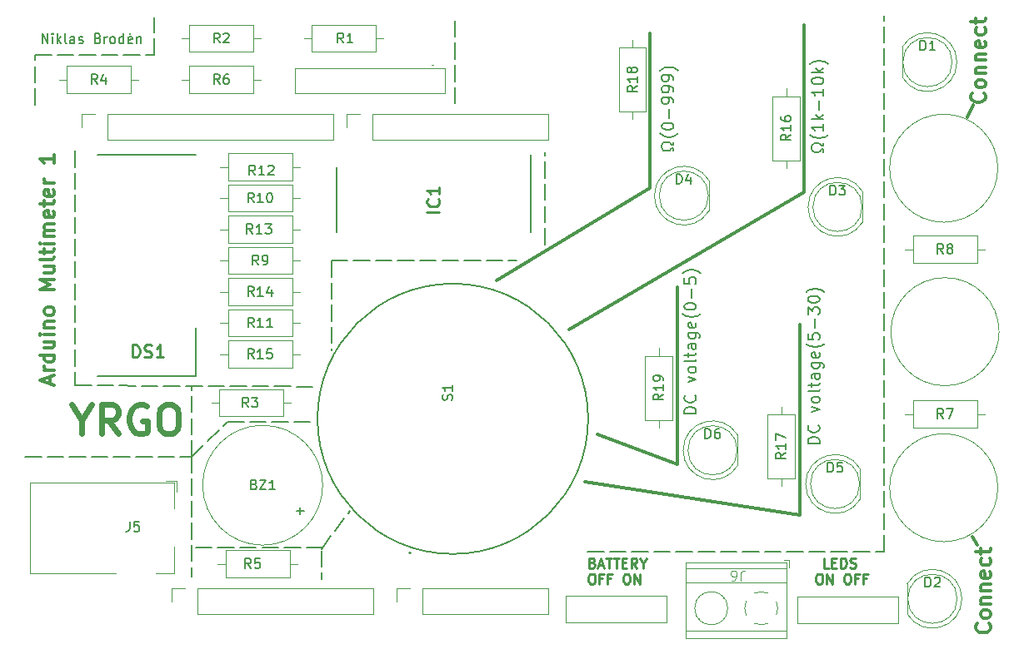
<source format=gbr>
G04 #@! TF.GenerationSoftware,KiCad,Pcbnew,8.0.5*
G04 #@! TF.CreationDate,2024-11-20T16:26:23+01:00*
G04 #@! TF.ProjectId,p2,70322e6b-6963-4616-945f-706362585858,rev?*
G04 #@! TF.SameCoordinates,Original*
G04 #@! TF.FileFunction,Legend,Top*
G04 #@! TF.FilePolarity,Positive*
%FSLAX46Y46*%
G04 Gerber Fmt 4.6, Leading zero omitted, Abs format (unit mm)*
G04 Created by KiCad (PCBNEW 8.0.5) date 2024-11-20 16:26:23*
%MOMM*%
%LPD*%
G01*
G04 APERTURE LIST*
%ADD10C,0.150000*%
%ADD11C,0.375000*%
%ADD12C,0.300000*%
%ADD13C,0.200000*%
%ADD14C,0.250000*%
%ADD15C,0.600000*%
%ADD16C,0.100000*%
%ADD17C,0.254000*%
%ADD18C,0.120000*%
%ADD19C,0.127000*%
G04 APERTURE END LIST*
D10*
X198933000Y-92380000D02*
X198933000Y-90730000D01*
X198933000Y-90130000D02*
X198933000Y-88480000D01*
X198933000Y-87880000D02*
X198933000Y-86230000D01*
X198933000Y-85630000D02*
X198933000Y-83980000D01*
X198933000Y-83380000D02*
X198933000Y-81730000D01*
X198933000Y-81130000D02*
X198933000Y-79480000D01*
X198933000Y-78880000D02*
X198933000Y-77230000D01*
X198933000Y-76630000D02*
X198933000Y-74980000D01*
X198933000Y-74380000D02*
X198933000Y-72730000D01*
X198933000Y-72130000D02*
X198933000Y-70480000D01*
X198933000Y-69880000D02*
X198933000Y-68230000D01*
X198933000Y-67630000D02*
X198933000Y-65980000D01*
X198933000Y-65380000D02*
X198933000Y-63730000D01*
X198933000Y-63130000D02*
X198933000Y-61480000D01*
X198933000Y-60880000D02*
X198933000Y-59230000D01*
X198933000Y-58630000D02*
X198933000Y-56980000D01*
X198933000Y-56380000D02*
X198933000Y-54730000D01*
X198933000Y-54130000D02*
X198933000Y-52480000D01*
X198933000Y-51880000D02*
X198933000Y-50230000D01*
X198933000Y-49630000D02*
X198933000Y-47980000D01*
X198933000Y-47380000D02*
X198933000Y-45730000D01*
X198933000Y-45130000D02*
X198933000Y-43480000D01*
X198933000Y-42880000D02*
X198933000Y-41230000D01*
X198933000Y-40630000D02*
X198933000Y-38980000D01*
X198933000Y-38380000D02*
X198933000Y-37897000D01*
X168834000Y-92380000D02*
X170484000Y-92380000D01*
X171084000Y-92380000D02*
X172734000Y-92380000D01*
X173334000Y-92380000D02*
X174984000Y-92380000D01*
X175584000Y-92380000D02*
X177234000Y-92380000D01*
X177834000Y-92380000D02*
X179484000Y-92380000D01*
X180084000Y-92380000D02*
X181734000Y-92380000D01*
X182334000Y-92380000D02*
X183984000Y-92380000D01*
X184584000Y-92380000D02*
X186234000Y-92380000D01*
X186834000Y-92380000D02*
X188484000Y-92380000D01*
X189084000Y-92380000D02*
X190734000Y-92380000D01*
X191334000Y-92380000D02*
X192984000Y-92380000D01*
X193584000Y-92380000D02*
X195234000Y-92380000D01*
X195834000Y-92380000D02*
X197484000Y-92380000D01*
X198084000Y-92380000D02*
X198933000Y-92380000D01*
D11*
X114227357Y-75337575D02*
X114227357Y-74623290D01*
X114655928Y-75480432D02*
X113155928Y-74980432D01*
X113155928Y-74980432D02*
X114655928Y-74480432D01*
X114655928Y-73980433D02*
X113655928Y-73980433D01*
X113941642Y-73980433D02*
X113798785Y-73909004D01*
X113798785Y-73909004D02*
X113727357Y-73837576D01*
X113727357Y-73837576D02*
X113655928Y-73694718D01*
X113655928Y-73694718D02*
X113655928Y-73551861D01*
X114655928Y-72409005D02*
X113155928Y-72409005D01*
X114584500Y-72409005D02*
X114655928Y-72551862D01*
X114655928Y-72551862D02*
X114655928Y-72837576D01*
X114655928Y-72837576D02*
X114584500Y-72980433D01*
X114584500Y-72980433D02*
X114513071Y-73051862D01*
X114513071Y-73051862D02*
X114370214Y-73123290D01*
X114370214Y-73123290D02*
X113941642Y-73123290D01*
X113941642Y-73123290D02*
X113798785Y-73051862D01*
X113798785Y-73051862D02*
X113727357Y-72980433D01*
X113727357Y-72980433D02*
X113655928Y-72837576D01*
X113655928Y-72837576D02*
X113655928Y-72551862D01*
X113655928Y-72551862D02*
X113727357Y-72409005D01*
X113655928Y-71051862D02*
X114655928Y-71051862D01*
X113655928Y-71694719D02*
X114441642Y-71694719D01*
X114441642Y-71694719D02*
X114584500Y-71623290D01*
X114584500Y-71623290D02*
X114655928Y-71480433D01*
X114655928Y-71480433D02*
X114655928Y-71266147D01*
X114655928Y-71266147D02*
X114584500Y-71123290D01*
X114584500Y-71123290D02*
X114513071Y-71051862D01*
X114655928Y-70337576D02*
X113655928Y-70337576D01*
X113155928Y-70337576D02*
X113227357Y-70409004D01*
X113227357Y-70409004D02*
X113298785Y-70337576D01*
X113298785Y-70337576D02*
X113227357Y-70266147D01*
X113227357Y-70266147D02*
X113155928Y-70337576D01*
X113155928Y-70337576D02*
X113298785Y-70337576D01*
X113655928Y-69623290D02*
X114655928Y-69623290D01*
X113798785Y-69623290D02*
X113727357Y-69551861D01*
X113727357Y-69551861D02*
X113655928Y-69409004D01*
X113655928Y-69409004D02*
X113655928Y-69194718D01*
X113655928Y-69194718D02*
X113727357Y-69051861D01*
X113727357Y-69051861D02*
X113870214Y-68980433D01*
X113870214Y-68980433D02*
X114655928Y-68980433D01*
X114655928Y-68051861D02*
X114584500Y-68194718D01*
X114584500Y-68194718D02*
X114513071Y-68266147D01*
X114513071Y-68266147D02*
X114370214Y-68337575D01*
X114370214Y-68337575D02*
X113941642Y-68337575D01*
X113941642Y-68337575D02*
X113798785Y-68266147D01*
X113798785Y-68266147D02*
X113727357Y-68194718D01*
X113727357Y-68194718D02*
X113655928Y-68051861D01*
X113655928Y-68051861D02*
X113655928Y-67837575D01*
X113655928Y-67837575D02*
X113727357Y-67694718D01*
X113727357Y-67694718D02*
X113798785Y-67623290D01*
X113798785Y-67623290D02*
X113941642Y-67551861D01*
X113941642Y-67551861D02*
X114370214Y-67551861D01*
X114370214Y-67551861D02*
X114513071Y-67623290D01*
X114513071Y-67623290D02*
X114584500Y-67694718D01*
X114584500Y-67694718D02*
X114655928Y-67837575D01*
X114655928Y-67837575D02*
X114655928Y-68051861D01*
X114655928Y-65766147D02*
X113155928Y-65766147D01*
X113155928Y-65766147D02*
X114227357Y-65266147D01*
X114227357Y-65266147D02*
X113155928Y-64766147D01*
X113155928Y-64766147D02*
X114655928Y-64766147D01*
X113655928Y-63409004D02*
X114655928Y-63409004D01*
X113655928Y-64051861D02*
X114441642Y-64051861D01*
X114441642Y-64051861D02*
X114584500Y-63980432D01*
X114584500Y-63980432D02*
X114655928Y-63837575D01*
X114655928Y-63837575D02*
X114655928Y-63623289D01*
X114655928Y-63623289D02*
X114584500Y-63480432D01*
X114584500Y-63480432D02*
X114513071Y-63409004D01*
X114655928Y-62480432D02*
X114584500Y-62623289D01*
X114584500Y-62623289D02*
X114441642Y-62694718D01*
X114441642Y-62694718D02*
X113155928Y-62694718D01*
X113655928Y-62123289D02*
X113655928Y-61551861D01*
X113155928Y-61909004D02*
X114441642Y-61909004D01*
X114441642Y-61909004D02*
X114584500Y-61837575D01*
X114584500Y-61837575D02*
X114655928Y-61694718D01*
X114655928Y-61694718D02*
X114655928Y-61551861D01*
X114655928Y-61051861D02*
X113655928Y-61051861D01*
X113155928Y-61051861D02*
X113227357Y-61123289D01*
X113227357Y-61123289D02*
X113298785Y-61051861D01*
X113298785Y-61051861D02*
X113227357Y-60980432D01*
X113227357Y-60980432D02*
X113155928Y-61051861D01*
X113155928Y-61051861D02*
X113298785Y-61051861D01*
X114655928Y-60337575D02*
X113655928Y-60337575D01*
X113798785Y-60337575D02*
X113727357Y-60266146D01*
X113727357Y-60266146D02*
X113655928Y-60123289D01*
X113655928Y-60123289D02*
X113655928Y-59909003D01*
X113655928Y-59909003D02*
X113727357Y-59766146D01*
X113727357Y-59766146D02*
X113870214Y-59694718D01*
X113870214Y-59694718D02*
X114655928Y-59694718D01*
X113870214Y-59694718D02*
X113727357Y-59623289D01*
X113727357Y-59623289D02*
X113655928Y-59480432D01*
X113655928Y-59480432D02*
X113655928Y-59266146D01*
X113655928Y-59266146D02*
X113727357Y-59123289D01*
X113727357Y-59123289D02*
X113870214Y-59051860D01*
X113870214Y-59051860D02*
X114655928Y-59051860D01*
X114584500Y-57766146D02*
X114655928Y-57909003D01*
X114655928Y-57909003D02*
X114655928Y-58194718D01*
X114655928Y-58194718D02*
X114584500Y-58337575D01*
X114584500Y-58337575D02*
X114441642Y-58409003D01*
X114441642Y-58409003D02*
X113870214Y-58409003D01*
X113870214Y-58409003D02*
X113727357Y-58337575D01*
X113727357Y-58337575D02*
X113655928Y-58194718D01*
X113655928Y-58194718D02*
X113655928Y-57909003D01*
X113655928Y-57909003D02*
X113727357Y-57766146D01*
X113727357Y-57766146D02*
X113870214Y-57694718D01*
X113870214Y-57694718D02*
X114013071Y-57694718D01*
X114013071Y-57694718D02*
X114155928Y-58409003D01*
X113655928Y-57266146D02*
X113655928Y-56694718D01*
X113155928Y-57051861D02*
X114441642Y-57051861D01*
X114441642Y-57051861D02*
X114584500Y-56980432D01*
X114584500Y-56980432D02*
X114655928Y-56837575D01*
X114655928Y-56837575D02*
X114655928Y-56694718D01*
X114584500Y-55623289D02*
X114655928Y-55766146D01*
X114655928Y-55766146D02*
X114655928Y-56051861D01*
X114655928Y-56051861D02*
X114584500Y-56194718D01*
X114584500Y-56194718D02*
X114441642Y-56266146D01*
X114441642Y-56266146D02*
X113870214Y-56266146D01*
X113870214Y-56266146D02*
X113727357Y-56194718D01*
X113727357Y-56194718D02*
X113655928Y-56051861D01*
X113655928Y-56051861D02*
X113655928Y-55766146D01*
X113655928Y-55766146D02*
X113727357Y-55623289D01*
X113727357Y-55623289D02*
X113870214Y-55551861D01*
X113870214Y-55551861D02*
X114013071Y-55551861D01*
X114013071Y-55551861D02*
X114155928Y-56266146D01*
X114655928Y-54909004D02*
X113655928Y-54909004D01*
X113941642Y-54909004D02*
X113798785Y-54837575D01*
X113798785Y-54837575D02*
X113727357Y-54766147D01*
X113727357Y-54766147D02*
X113655928Y-54623289D01*
X113655928Y-54623289D02*
X113655928Y-54480432D01*
X114655928Y-52051861D02*
X114655928Y-52909004D01*
X114655928Y-52480433D02*
X113155928Y-52480433D01*
X113155928Y-52480433D02*
X113370214Y-52623290D01*
X113370214Y-52623290D02*
X113513071Y-52766147D01*
X113513071Y-52766147D02*
X113584500Y-52909004D01*
D10*
X124765000Y-41834000D02*
X124765000Y-40184000D01*
X124765000Y-39584000D02*
X124765000Y-38024000D01*
X112700000Y-41834000D02*
X114350000Y-41834000D01*
X114950000Y-41834000D02*
X116600000Y-41834000D01*
X117200000Y-41834000D02*
X118850000Y-41834000D01*
X119450000Y-41834000D02*
X121100000Y-41834000D01*
X121700000Y-41834000D02*
X123350000Y-41834000D01*
X123950000Y-41834000D02*
X124765000Y-41834000D01*
X112700000Y-46914000D02*
X112700000Y-45264000D01*
X112700000Y-44664000D02*
X112700000Y-43014000D01*
X112700000Y-42414000D02*
X112700000Y-41834000D01*
X155372000Y-46787000D02*
X155372000Y-45137000D01*
X155372000Y-44537000D02*
X155372000Y-42887000D01*
X155372000Y-42287000D02*
X155372000Y-40637000D01*
X155372000Y-40037000D02*
X155372000Y-38387000D01*
X141910000Y-91999000D02*
X140260000Y-91999000D01*
X139660000Y-91999000D02*
X138010000Y-91999000D01*
X137410000Y-91999000D02*
X135760000Y-91999000D01*
X135160000Y-91999000D02*
X133510000Y-91999000D01*
X132910000Y-91999000D02*
X131260000Y-91999000D01*
X130660000Y-91999000D02*
X129010000Y-91999000D01*
X128575000Y-82728000D02*
X128575000Y-81078000D01*
X128575000Y-80478000D02*
X128575000Y-78828000D01*
X128575000Y-78228000D02*
X128575000Y-76578000D01*
X128575000Y-75978000D02*
X128575000Y-75616000D01*
X141783000Y-92316500D02*
X141783000Y-93966500D01*
X141783000Y-94566500D02*
X141783000Y-95237500D01*
D12*
X190424000Y-88697000D02*
X190424000Y-69266000D01*
D10*
X164516000Y-61138000D02*
X164516000Y-59488000D01*
X164516000Y-58888000D02*
X164516000Y-57238000D01*
X164516000Y-56638000D02*
X164516000Y-54988000D01*
X164516000Y-54388000D02*
X164516000Y-52738000D01*
X164516000Y-52138000D02*
X164516000Y-51740000D01*
D12*
X190805000Y-55804000D02*
X190805000Y-38786000D01*
X207410250Y-48184000D02*
X207981750Y-46977500D01*
D10*
X142799000Y-62789000D02*
X144449000Y-62789000D01*
X145049000Y-62789000D02*
X146699000Y-62789000D01*
X147299000Y-62789000D02*
X148949000Y-62789000D01*
X149549000Y-62789000D02*
X151199000Y-62789000D01*
X151799000Y-62789000D02*
X153449000Y-62789000D01*
X154049000Y-62789000D02*
X155699000Y-62789000D01*
X156299000Y-62789000D02*
X157949000Y-62789000D01*
X158549000Y-62789000D02*
X160199000Y-62789000D01*
X160799000Y-62789000D02*
X161595000Y-62789000D01*
X132258000Y-79172000D02*
X133908000Y-79172000D01*
X134508000Y-79172000D02*
X136158000Y-79172000D01*
X136758000Y-79172000D02*
X138408000Y-79172000D01*
X139008000Y-79172000D02*
X140658000Y-79172000D01*
D12*
X168580000Y-85268000D02*
X190424000Y-88697000D01*
X175184000Y-55423000D02*
X175184000Y-39675000D01*
D10*
X111684000Y-82728000D02*
X113334000Y-82728000D01*
X113934000Y-82728000D02*
X115584000Y-82728000D01*
X116184000Y-82728000D02*
X117834000Y-82728000D01*
X118434000Y-82728000D02*
X120084000Y-82728000D01*
X120684000Y-82728000D02*
X122334000Y-82728000D01*
X122934000Y-82728000D02*
X124584000Y-82728000D01*
X125184000Y-82728000D02*
X126834000Y-82728000D01*
X127434000Y-82728000D02*
X128575000Y-82728000D01*
D12*
X208458000Y-91745000D02*
X207950000Y-90856000D01*
X177978000Y-83490000D02*
X177978000Y-65456000D01*
X169850000Y-80442000D02*
X177978000Y-83490000D01*
D10*
X128575000Y-82728000D02*
X128575000Y-84378000D01*
X128575000Y-84978000D02*
X128575000Y-86628000D01*
X128575000Y-87228000D02*
X128575000Y-88878000D01*
X128575000Y-89478000D02*
X128575000Y-91128000D01*
X128575000Y-91728000D02*
X128575000Y-93378000D01*
X128575000Y-93978000D02*
X128575000Y-94920000D01*
X141783000Y-92126000D02*
X142776452Y-90808596D01*
X143137707Y-90329540D02*
X144131159Y-89012136D01*
X144492415Y-88533080D02*
X144704000Y-88252500D01*
X142799000Y-62789000D02*
X142799000Y-64439000D01*
X142799000Y-65039000D02*
X142799000Y-66689000D01*
X142799000Y-67289000D02*
X142799000Y-68939000D01*
X142799000Y-69539000D02*
X142799000Y-71189000D01*
X142799000Y-71789000D02*
X142799000Y-71933000D01*
D12*
X159563000Y-64821000D02*
X175184000Y-55423000D01*
D10*
X116764000Y-75489000D02*
X118413977Y-75497639D01*
X119013969Y-75500780D02*
X120663947Y-75509419D01*
X121263938Y-75512560D02*
X122913916Y-75521199D01*
X123513907Y-75524340D02*
X125163885Y-75532978D01*
X125763877Y-75536120D02*
X127413854Y-75544758D01*
X128013846Y-75547900D02*
X129663823Y-75556538D01*
X130263815Y-75559680D02*
X131913792Y-75568318D01*
X132513784Y-75571460D02*
X134163762Y-75580098D01*
X134763753Y-75583240D02*
X136413731Y-75591878D01*
X137013722Y-75595019D02*
X138663700Y-75603658D01*
X139263692Y-75606799D02*
X140913669Y-75615438D01*
X128575000Y-82728000D02*
X129762012Y-81581919D01*
X130193653Y-81165162D02*
X131380666Y-80019081D01*
X131812307Y-79602325D02*
X132258000Y-79172000D01*
X116764000Y-51613000D02*
X116764000Y-53263000D01*
X116764000Y-53863000D02*
X116764000Y-55513000D01*
X116764000Y-56113000D02*
X116764000Y-57763000D01*
X116764000Y-58363000D02*
X116764000Y-60013000D01*
X116764000Y-60613000D02*
X116764000Y-62263000D01*
X116764000Y-62863000D02*
X116764000Y-64513000D01*
X116764000Y-65113000D02*
X116764000Y-66763000D01*
X116764000Y-67363000D02*
X116764000Y-69013000D01*
X116764000Y-69613000D02*
X116764000Y-71263000D01*
X116764000Y-71863000D02*
X116764000Y-73513000D01*
X116764000Y-74113000D02*
X116764000Y-75489000D01*
D13*
X192806742Y-51760850D02*
X192806742Y-51475136D01*
X192806742Y-51475136D02*
X192578171Y-51475136D01*
X192578171Y-51475136D02*
X192521028Y-51589422D01*
X192521028Y-51589422D02*
X192406742Y-51703707D01*
X192406742Y-51703707D02*
X192235314Y-51760850D01*
X192235314Y-51760850D02*
X191949600Y-51760850D01*
X191949600Y-51760850D02*
X191778171Y-51703707D01*
X191778171Y-51703707D02*
X191663885Y-51589422D01*
X191663885Y-51589422D02*
X191606742Y-51417993D01*
X191606742Y-51417993D02*
X191606742Y-51189422D01*
X191606742Y-51189422D02*
X191663885Y-51017993D01*
X191663885Y-51017993D02*
X191778171Y-50903707D01*
X191778171Y-50903707D02*
X191949600Y-50846564D01*
X191949600Y-50846564D02*
X192235314Y-50846564D01*
X192235314Y-50846564D02*
X192406742Y-50903707D01*
X192406742Y-50903707D02*
X192521028Y-51017993D01*
X192521028Y-51017993D02*
X192578171Y-51132279D01*
X192578171Y-51132279D02*
X192806742Y-51132279D01*
X192806742Y-51132279D02*
X192806742Y-50846564D01*
X193263885Y-49989421D02*
X193206742Y-50046564D01*
X193206742Y-50046564D02*
X193035314Y-50160850D01*
X193035314Y-50160850D02*
X192921028Y-50217993D01*
X192921028Y-50217993D02*
X192749600Y-50275135D01*
X192749600Y-50275135D02*
X192463885Y-50332278D01*
X192463885Y-50332278D02*
X192235314Y-50332278D01*
X192235314Y-50332278D02*
X191949600Y-50275135D01*
X191949600Y-50275135D02*
X191778171Y-50217993D01*
X191778171Y-50217993D02*
X191663885Y-50160850D01*
X191663885Y-50160850D02*
X191492457Y-50046564D01*
X191492457Y-50046564D02*
X191435314Y-49989421D01*
X192806742Y-48903707D02*
X192806742Y-49589421D01*
X192806742Y-49246564D02*
X191606742Y-49246564D01*
X191606742Y-49246564D02*
X191778171Y-49360850D01*
X191778171Y-49360850D02*
X191892457Y-49475135D01*
X191892457Y-49475135D02*
X191949600Y-49589421D01*
X192806742Y-48389421D02*
X191606742Y-48389421D01*
X192349600Y-48275136D02*
X192806742Y-47932278D01*
X192006742Y-47932278D02*
X192463885Y-48389421D01*
X192349600Y-47417992D02*
X192349600Y-46503707D01*
X192806742Y-45303707D02*
X192806742Y-45989421D01*
X192806742Y-45646564D02*
X191606742Y-45646564D01*
X191606742Y-45646564D02*
X191778171Y-45760850D01*
X191778171Y-45760850D02*
X191892457Y-45875135D01*
X191892457Y-45875135D02*
X191949600Y-45989421D01*
X191606742Y-44560850D02*
X191606742Y-44446564D01*
X191606742Y-44446564D02*
X191663885Y-44332278D01*
X191663885Y-44332278D02*
X191721028Y-44275136D01*
X191721028Y-44275136D02*
X191835314Y-44217993D01*
X191835314Y-44217993D02*
X192063885Y-44160850D01*
X192063885Y-44160850D02*
X192349600Y-44160850D01*
X192349600Y-44160850D02*
X192578171Y-44217993D01*
X192578171Y-44217993D02*
X192692457Y-44275136D01*
X192692457Y-44275136D02*
X192749600Y-44332278D01*
X192749600Y-44332278D02*
X192806742Y-44446564D01*
X192806742Y-44446564D02*
X192806742Y-44560850D01*
X192806742Y-44560850D02*
X192749600Y-44675136D01*
X192749600Y-44675136D02*
X192692457Y-44732278D01*
X192692457Y-44732278D02*
X192578171Y-44789421D01*
X192578171Y-44789421D02*
X192349600Y-44846564D01*
X192349600Y-44846564D02*
X192063885Y-44846564D01*
X192063885Y-44846564D02*
X191835314Y-44789421D01*
X191835314Y-44789421D02*
X191721028Y-44732278D01*
X191721028Y-44732278D02*
X191663885Y-44675136D01*
X191663885Y-44675136D02*
X191606742Y-44560850D01*
X192806742Y-43646564D02*
X191606742Y-43646564D01*
X192349600Y-43532279D02*
X192806742Y-43189421D01*
X192006742Y-43189421D02*
X192463885Y-43646564D01*
X193263885Y-42789421D02*
X193206742Y-42732278D01*
X193206742Y-42732278D02*
X193035314Y-42617992D01*
X193035314Y-42617992D02*
X192921028Y-42560850D01*
X192921028Y-42560850D02*
X192749600Y-42503707D01*
X192749600Y-42503707D02*
X192463885Y-42446564D01*
X192463885Y-42446564D02*
X192235314Y-42446564D01*
X192235314Y-42446564D02*
X191949600Y-42503707D01*
X191949600Y-42503707D02*
X191778171Y-42560850D01*
X191778171Y-42560850D02*
X191663885Y-42617992D01*
X191663885Y-42617992D02*
X191492457Y-42732278D01*
X191492457Y-42732278D02*
X191435314Y-42789421D01*
D14*
X193334663Y-94063675D02*
X192858473Y-94063675D01*
X192858473Y-94063675D02*
X192858473Y-93063675D01*
X193667997Y-93539865D02*
X194001330Y-93539865D01*
X194144187Y-94063675D02*
X193667997Y-94063675D01*
X193667997Y-94063675D02*
X193667997Y-93063675D01*
X193667997Y-93063675D02*
X194144187Y-93063675D01*
X194572759Y-94063675D02*
X194572759Y-93063675D01*
X194572759Y-93063675D02*
X194810854Y-93063675D01*
X194810854Y-93063675D02*
X194953711Y-93111294D01*
X194953711Y-93111294D02*
X195048949Y-93206532D01*
X195048949Y-93206532D02*
X195096568Y-93301770D01*
X195096568Y-93301770D02*
X195144187Y-93492246D01*
X195144187Y-93492246D02*
X195144187Y-93635103D01*
X195144187Y-93635103D02*
X195096568Y-93825579D01*
X195096568Y-93825579D02*
X195048949Y-93920817D01*
X195048949Y-93920817D02*
X194953711Y-94016056D01*
X194953711Y-94016056D02*
X194810854Y-94063675D01*
X194810854Y-94063675D02*
X194572759Y-94063675D01*
X195525140Y-94016056D02*
X195667997Y-94063675D01*
X195667997Y-94063675D02*
X195906092Y-94063675D01*
X195906092Y-94063675D02*
X196001330Y-94016056D01*
X196001330Y-94016056D02*
X196048949Y-93968436D01*
X196048949Y-93968436D02*
X196096568Y-93873198D01*
X196096568Y-93873198D02*
X196096568Y-93777960D01*
X196096568Y-93777960D02*
X196048949Y-93682722D01*
X196048949Y-93682722D02*
X196001330Y-93635103D01*
X196001330Y-93635103D02*
X195906092Y-93587484D01*
X195906092Y-93587484D02*
X195715616Y-93539865D01*
X195715616Y-93539865D02*
X195620378Y-93492246D01*
X195620378Y-93492246D02*
X195572759Y-93444627D01*
X195572759Y-93444627D02*
X195525140Y-93349389D01*
X195525140Y-93349389D02*
X195525140Y-93254151D01*
X195525140Y-93254151D02*
X195572759Y-93158913D01*
X195572759Y-93158913D02*
X195620378Y-93111294D01*
X195620378Y-93111294D02*
X195715616Y-93063675D01*
X195715616Y-93063675D02*
X195953711Y-93063675D01*
X195953711Y-93063675D02*
X196096568Y-93111294D01*
X192287044Y-94673619D02*
X192477520Y-94673619D01*
X192477520Y-94673619D02*
X192572758Y-94721238D01*
X192572758Y-94721238D02*
X192667996Y-94816476D01*
X192667996Y-94816476D02*
X192715615Y-95006952D01*
X192715615Y-95006952D02*
X192715615Y-95340285D01*
X192715615Y-95340285D02*
X192667996Y-95530761D01*
X192667996Y-95530761D02*
X192572758Y-95626000D01*
X192572758Y-95626000D02*
X192477520Y-95673619D01*
X192477520Y-95673619D02*
X192287044Y-95673619D01*
X192287044Y-95673619D02*
X192191806Y-95626000D01*
X192191806Y-95626000D02*
X192096568Y-95530761D01*
X192096568Y-95530761D02*
X192048949Y-95340285D01*
X192048949Y-95340285D02*
X192048949Y-95006952D01*
X192048949Y-95006952D02*
X192096568Y-94816476D01*
X192096568Y-94816476D02*
X192191806Y-94721238D01*
X192191806Y-94721238D02*
X192287044Y-94673619D01*
X193144187Y-95673619D02*
X193144187Y-94673619D01*
X193144187Y-94673619D02*
X193715615Y-95673619D01*
X193715615Y-95673619D02*
X193715615Y-94673619D01*
X195144187Y-94673619D02*
X195334663Y-94673619D01*
X195334663Y-94673619D02*
X195429901Y-94721238D01*
X195429901Y-94721238D02*
X195525139Y-94816476D01*
X195525139Y-94816476D02*
X195572758Y-95006952D01*
X195572758Y-95006952D02*
X195572758Y-95340285D01*
X195572758Y-95340285D02*
X195525139Y-95530761D01*
X195525139Y-95530761D02*
X195429901Y-95626000D01*
X195429901Y-95626000D02*
X195334663Y-95673619D01*
X195334663Y-95673619D02*
X195144187Y-95673619D01*
X195144187Y-95673619D02*
X195048949Y-95626000D01*
X195048949Y-95626000D02*
X194953711Y-95530761D01*
X194953711Y-95530761D02*
X194906092Y-95340285D01*
X194906092Y-95340285D02*
X194906092Y-95006952D01*
X194906092Y-95006952D02*
X194953711Y-94816476D01*
X194953711Y-94816476D02*
X195048949Y-94721238D01*
X195048949Y-94721238D02*
X195144187Y-94673619D01*
X196334663Y-95149809D02*
X196001330Y-95149809D01*
X196001330Y-95673619D02*
X196001330Y-94673619D01*
X196001330Y-94673619D02*
X196477520Y-94673619D01*
X197191806Y-95149809D02*
X196858473Y-95149809D01*
X196858473Y-95673619D02*
X196858473Y-94673619D01*
X196858473Y-94673619D02*
X197334663Y-94673619D01*
D13*
X192425742Y-81421707D02*
X191225742Y-81421707D01*
X191225742Y-81421707D02*
X191225742Y-81135993D01*
X191225742Y-81135993D02*
X191282885Y-80964564D01*
X191282885Y-80964564D02*
X191397171Y-80850279D01*
X191397171Y-80850279D02*
X191511457Y-80793136D01*
X191511457Y-80793136D02*
X191740028Y-80735993D01*
X191740028Y-80735993D02*
X191911457Y-80735993D01*
X191911457Y-80735993D02*
X192140028Y-80793136D01*
X192140028Y-80793136D02*
X192254314Y-80850279D01*
X192254314Y-80850279D02*
X192368600Y-80964564D01*
X192368600Y-80964564D02*
X192425742Y-81135993D01*
X192425742Y-81135993D02*
X192425742Y-81421707D01*
X192311457Y-79535993D02*
X192368600Y-79593136D01*
X192368600Y-79593136D02*
X192425742Y-79764564D01*
X192425742Y-79764564D02*
X192425742Y-79878850D01*
X192425742Y-79878850D02*
X192368600Y-80050279D01*
X192368600Y-80050279D02*
X192254314Y-80164564D01*
X192254314Y-80164564D02*
X192140028Y-80221707D01*
X192140028Y-80221707D02*
X191911457Y-80278850D01*
X191911457Y-80278850D02*
X191740028Y-80278850D01*
X191740028Y-80278850D02*
X191511457Y-80221707D01*
X191511457Y-80221707D02*
X191397171Y-80164564D01*
X191397171Y-80164564D02*
X191282885Y-80050279D01*
X191282885Y-80050279D02*
X191225742Y-79878850D01*
X191225742Y-79878850D02*
X191225742Y-79764564D01*
X191225742Y-79764564D02*
X191282885Y-79593136D01*
X191282885Y-79593136D02*
X191340028Y-79535993D01*
X191625742Y-78221707D02*
X192425742Y-77935993D01*
X192425742Y-77935993D02*
X191625742Y-77650278D01*
X192425742Y-77021707D02*
X192368600Y-77135992D01*
X192368600Y-77135992D02*
X192311457Y-77193135D01*
X192311457Y-77193135D02*
X192197171Y-77250278D01*
X192197171Y-77250278D02*
X191854314Y-77250278D01*
X191854314Y-77250278D02*
X191740028Y-77193135D01*
X191740028Y-77193135D02*
X191682885Y-77135992D01*
X191682885Y-77135992D02*
X191625742Y-77021707D01*
X191625742Y-77021707D02*
X191625742Y-76850278D01*
X191625742Y-76850278D02*
X191682885Y-76735992D01*
X191682885Y-76735992D02*
X191740028Y-76678850D01*
X191740028Y-76678850D02*
X191854314Y-76621707D01*
X191854314Y-76621707D02*
X192197171Y-76621707D01*
X192197171Y-76621707D02*
X192311457Y-76678850D01*
X192311457Y-76678850D02*
X192368600Y-76735992D01*
X192368600Y-76735992D02*
X192425742Y-76850278D01*
X192425742Y-76850278D02*
X192425742Y-77021707D01*
X192425742Y-75935993D02*
X192368600Y-76050278D01*
X192368600Y-76050278D02*
X192254314Y-76107421D01*
X192254314Y-76107421D02*
X191225742Y-76107421D01*
X191625742Y-75650279D02*
X191625742Y-75193136D01*
X191225742Y-75478850D02*
X192254314Y-75478850D01*
X192254314Y-75478850D02*
X192368600Y-75421707D01*
X192368600Y-75421707D02*
X192425742Y-75307422D01*
X192425742Y-75307422D02*
X192425742Y-75193136D01*
X192425742Y-74278851D02*
X191797171Y-74278851D01*
X191797171Y-74278851D02*
X191682885Y-74335993D01*
X191682885Y-74335993D02*
X191625742Y-74450279D01*
X191625742Y-74450279D02*
X191625742Y-74678851D01*
X191625742Y-74678851D02*
X191682885Y-74793136D01*
X192368600Y-74278851D02*
X192425742Y-74393136D01*
X192425742Y-74393136D02*
X192425742Y-74678851D01*
X192425742Y-74678851D02*
X192368600Y-74793136D01*
X192368600Y-74793136D02*
X192254314Y-74850279D01*
X192254314Y-74850279D02*
X192140028Y-74850279D01*
X192140028Y-74850279D02*
X192025742Y-74793136D01*
X192025742Y-74793136D02*
X191968600Y-74678851D01*
X191968600Y-74678851D02*
X191968600Y-74393136D01*
X191968600Y-74393136D02*
X191911457Y-74278851D01*
X191625742Y-73193137D02*
X192597171Y-73193137D01*
X192597171Y-73193137D02*
X192711457Y-73250279D01*
X192711457Y-73250279D02*
X192768600Y-73307422D01*
X192768600Y-73307422D02*
X192825742Y-73421708D01*
X192825742Y-73421708D02*
X192825742Y-73593137D01*
X192825742Y-73593137D02*
X192768600Y-73707422D01*
X192368600Y-73193137D02*
X192425742Y-73307422D01*
X192425742Y-73307422D02*
X192425742Y-73535994D01*
X192425742Y-73535994D02*
X192368600Y-73650279D01*
X192368600Y-73650279D02*
X192311457Y-73707422D01*
X192311457Y-73707422D02*
X192197171Y-73764565D01*
X192197171Y-73764565D02*
X191854314Y-73764565D01*
X191854314Y-73764565D02*
X191740028Y-73707422D01*
X191740028Y-73707422D02*
X191682885Y-73650279D01*
X191682885Y-73650279D02*
X191625742Y-73535994D01*
X191625742Y-73535994D02*
X191625742Y-73307422D01*
X191625742Y-73307422D02*
X191682885Y-73193137D01*
X192368600Y-72164565D02*
X192425742Y-72278851D01*
X192425742Y-72278851D02*
X192425742Y-72507423D01*
X192425742Y-72507423D02*
X192368600Y-72621708D01*
X192368600Y-72621708D02*
X192254314Y-72678851D01*
X192254314Y-72678851D02*
X191797171Y-72678851D01*
X191797171Y-72678851D02*
X191682885Y-72621708D01*
X191682885Y-72621708D02*
X191625742Y-72507423D01*
X191625742Y-72507423D02*
X191625742Y-72278851D01*
X191625742Y-72278851D02*
X191682885Y-72164565D01*
X191682885Y-72164565D02*
X191797171Y-72107423D01*
X191797171Y-72107423D02*
X191911457Y-72107423D01*
X191911457Y-72107423D02*
X192025742Y-72678851D01*
X192882885Y-71250280D02*
X192825742Y-71307423D01*
X192825742Y-71307423D02*
X192654314Y-71421709D01*
X192654314Y-71421709D02*
X192540028Y-71478852D01*
X192540028Y-71478852D02*
X192368600Y-71535994D01*
X192368600Y-71535994D02*
X192082885Y-71593137D01*
X192082885Y-71593137D02*
X191854314Y-71593137D01*
X191854314Y-71593137D02*
X191568600Y-71535994D01*
X191568600Y-71535994D02*
X191397171Y-71478852D01*
X191397171Y-71478852D02*
X191282885Y-71421709D01*
X191282885Y-71421709D02*
X191111457Y-71307423D01*
X191111457Y-71307423D02*
X191054314Y-71250280D01*
X191225742Y-70221709D02*
X191225742Y-70793137D01*
X191225742Y-70793137D02*
X191797171Y-70850280D01*
X191797171Y-70850280D02*
X191740028Y-70793137D01*
X191740028Y-70793137D02*
X191682885Y-70678852D01*
X191682885Y-70678852D02*
X191682885Y-70393137D01*
X191682885Y-70393137D02*
X191740028Y-70278852D01*
X191740028Y-70278852D02*
X191797171Y-70221709D01*
X191797171Y-70221709D02*
X191911457Y-70164566D01*
X191911457Y-70164566D02*
X192197171Y-70164566D01*
X192197171Y-70164566D02*
X192311457Y-70221709D01*
X192311457Y-70221709D02*
X192368600Y-70278852D01*
X192368600Y-70278852D02*
X192425742Y-70393137D01*
X192425742Y-70393137D02*
X192425742Y-70678852D01*
X192425742Y-70678852D02*
X192368600Y-70793137D01*
X192368600Y-70793137D02*
X192311457Y-70850280D01*
X191968600Y-69650280D02*
X191968600Y-68735995D01*
X191225742Y-68278852D02*
X191225742Y-67535995D01*
X191225742Y-67535995D02*
X191682885Y-67935995D01*
X191682885Y-67935995D02*
X191682885Y-67764566D01*
X191682885Y-67764566D02*
X191740028Y-67650281D01*
X191740028Y-67650281D02*
X191797171Y-67593138D01*
X191797171Y-67593138D02*
X191911457Y-67535995D01*
X191911457Y-67535995D02*
X192197171Y-67535995D01*
X192197171Y-67535995D02*
X192311457Y-67593138D01*
X192311457Y-67593138D02*
X192368600Y-67650281D01*
X192368600Y-67650281D02*
X192425742Y-67764566D01*
X192425742Y-67764566D02*
X192425742Y-68107423D01*
X192425742Y-68107423D02*
X192368600Y-68221709D01*
X192368600Y-68221709D02*
X192311457Y-68278852D01*
X191225742Y-66793138D02*
X191225742Y-66678852D01*
X191225742Y-66678852D02*
X191282885Y-66564566D01*
X191282885Y-66564566D02*
X191340028Y-66507424D01*
X191340028Y-66507424D02*
X191454314Y-66450281D01*
X191454314Y-66450281D02*
X191682885Y-66393138D01*
X191682885Y-66393138D02*
X191968600Y-66393138D01*
X191968600Y-66393138D02*
X192197171Y-66450281D01*
X192197171Y-66450281D02*
X192311457Y-66507424D01*
X192311457Y-66507424D02*
X192368600Y-66564566D01*
X192368600Y-66564566D02*
X192425742Y-66678852D01*
X192425742Y-66678852D02*
X192425742Y-66793138D01*
X192425742Y-66793138D02*
X192368600Y-66907424D01*
X192368600Y-66907424D02*
X192311457Y-66964566D01*
X192311457Y-66964566D02*
X192197171Y-67021709D01*
X192197171Y-67021709D02*
X191968600Y-67078852D01*
X191968600Y-67078852D02*
X191682885Y-67078852D01*
X191682885Y-67078852D02*
X191454314Y-67021709D01*
X191454314Y-67021709D02*
X191340028Y-66964566D01*
X191340028Y-66964566D02*
X191282885Y-66907424D01*
X191282885Y-66907424D02*
X191225742Y-66793138D01*
X192882885Y-65993138D02*
X192825742Y-65935995D01*
X192825742Y-65935995D02*
X192654314Y-65821709D01*
X192654314Y-65821709D02*
X192540028Y-65764567D01*
X192540028Y-65764567D02*
X192368600Y-65707424D01*
X192368600Y-65707424D02*
X192082885Y-65650281D01*
X192082885Y-65650281D02*
X191854314Y-65650281D01*
X191854314Y-65650281D02*
X191568600Y-65707424D01*
X191568600Y-65707424D02*
X191397171Y-65764567D01*
X191397171Y-65764567D02*
X191282885Y-65821709D01*
X191282885Y-65821709D02*
X191111457Y-65935995D01*
X191111457Y-65935995D02*
X191054314Y-65993138D01*
D12*
X209639971Y-99731346D02*
X209711400Y-99802774D01*
X209711400Y-99802774D02*
X209782828Y-100017060D01*
X209782828Y-100017060D02*
X209782828Y-100159917D01*
X209782828Y-100159917D02*
X209711400Y-100374203D01*
X209711400Y-100374203D02*
X209568542Y-100517060D01*
X209568542Y-100517060D02*
X209425685Y-100588489D01*
X209425685Y-100588489D02*
X209139971Y-100659917D01*
X209139971Y-100659917D02*
X208925685Y-100659917D01*
X208925685Y-100659917D02*
X208639971Y-100588489D01*
X208639971Y-100588489D02*
X208497114Y-100517060D01*
X208497114Y-100517060D02*
X208354257Y-100374203D01*
X208354257Y-100374203D02*
X208282828Y-100159917D01*
X208282828Y-100159917D02*
X208282828Y-100017060D01*
X208282828Y-100017060D02*
X208354257Y-99802774D01*
X208354257Y-99802774D02*
X208425685Y-99731346D01*
X209782828Y-98874203D02*
X209711400Y-99017060D01*
X209711400Y-99017060D02*
X209639971Y-99088489D01*
X209639971Y-99088489D02*
X209497114Y-99159917D01*
X209497114Y-99159917D02*
X209068542Y-99159917D01*
X209068542Y-99159917D02*
X208925685Y-99088489D01*
X208925685Y-99088489D02*
X208854257Y-99017060D01*
X208854257Y-99017060D02*
X208782828Y-98874203D01*
X208782828Y-98874203D02*
X208782828Y-98659917D01*
X208782828Y-98659917D02*
X208854257Y-98517060D01*
X208854257Y-98517060D02*
X208925685Y-98445632D01*
X208925685Y-98445632D02*
X209068542Y-98374203D01*
X209068542Y-98374203D02*
X209497114Y-98374203D01*
X209497114Y-98374203D02*
X209639971Y-98445632D01*
X209639971Y-98445632D02*
X209711400Y-98517060D01*
X209711400Y-98517060D02*
X209782828Y-98659917D01*
X209782828Y-98659917D02*
X209782828Y-98874203D01*
X208782828Y-97731346D02*
X209782828Y-97731346D01*
X208925685Y-97731346D02*
X208854257Y-97659917D01*
X208854257Y-97659917D02*
X208782828Y-97517060D01*
X208782828Y-97517060D02*
X208782828Y-97302774D01*
X208782828Y-97302774D02*
X208854257Y-97159917D01*
X208854257Y-97159917D02*
X208997114Y-97088489D01*
X208997114Y-97088489D02*
X209782828Y-97088489D01*
X208782828Y-96374203D02*
X209782828Y-96374203D01*
X208925685Y-96374203D02*
X208854257Y-96302774D01*
X208854257Y-96302774D02*
X208782828Y-96159917D01*
X208782828Y-96159917D02*
X208782828Y-95945631D01*
X208782828Y-95945631D02*
X208854257Y-95802774D01*
X208854257Y-95802774D02*
X208997114Y-95731346D01*
X208997114Y-95731346D02*
X209782828Y-95731346D01*
X209711400Y-94445631D02*
X209782828Y-94588488D01*
X209782828Y-94588488D02*
X209782828Y-94874203D01*
X209782828Y-94874203D02*
X209711400Y-95017060D01*
X209711400Y-95017060D02*
X209568542Y-95088488D01*
X209568542Y-95088488D02*
X208997114Y-95088488D01*
X208997114Y-95088488D02*
X208854257Y-95017060D01*
X208854257Y-95017060D02*
X208782828Y-94874203D01*
X208782828Y-94874203D02*
X208782828Y-94588488D01*
X208782828Y-94588488D02*
X208854257Y-94445631D01*
X208854257Y-94445631D02*
X208997114Y-94374203D01*
X208997114Y-94374203D02*
X209139971Y-94374203D01*
X209139971Y-94374203D02*
X209282828Y-95088488D01*
X209711400Y-93088489D02*
X209782828Y-93231346D01*
X209782828Y-93231346D02*
X209782828Y-93517060D01*
X209782828Y-93517060D02*
X209711400Y-93659917D01*
X209711400Y-93659917D02*
X209639971Y-93731346D01*
X209639971Y-93731346D02*
X209497114Y-93802774D01*
X209497114Y-93802774D02*
X209068542Y-93802774D01*
X209068542Y-93802774D02*
X208925685Y-93731346D01*
X208925685Y-93731346D02*
X208854257Y-93659917D01*
X208854257Y-93659917D02*
X208782828Y-93517060D01*
X208782828Y-93517060D02*
X208782828Y-93231346D01*
X208782828Y-93231346D02*
X208854257Y-93088489D01*
X208782828Y-92659917D02*
X208782828Y-92088489D01*
X208282828Y-92445632D02*
X209568542Y-92445632D01*
X209568542Y-92445632D02*
X209711400Y-92374203D01*
X209711400Y-92374203D02*
X209782828Y-92231346D01*
X209782828Y-92231346D02*
X209782828Y-92088489D01*
D14*
X169315901Y-93539865D02*
X169458758Y-93587484D01*
X169458758Y-93587484D02*
X169506377Y-93635103D01*
X169506377Y-93635103D02*
X169553996Y-93730341D01*
X169553996Y-93730341D02*
X169553996Y-93873198D01*
X169553996Y-93873198D02*
X169506377Y-93968436D01*
X169506377Y-93968436D02*
X169458758Y-94016056D01*
X169458758Y-94016056D02*
X169363520Y-94063675D01*
X169363520Y-94063675D02*
X168982568Y-94063675D01*
X168982568Y-94063675D02*
X168982568Y-93063675D01*
X168982568Y-93063675D02*
X169315901Y-93063675D01*
X169315901Y-93063675D02*
X169411139Y-93111294D01*
X169411139Y-93111294D02*
X169458758Y-93158913D01*
X169458758Y-93158913D02*
X169506377Y-93254151D01*
X169506377Y-93254151D02*
X169506377Y-93349389D01*
X169506377Y-93349389D02*
X169458758Y-93444627D01*
X169458758Y-93444627D02*
X169411139Y-93492246D01*
X169411139Y-93492246D02*
X169315901Y-93539865D01*
X169315901Y-93539865D02*
X168982568Y-93539865D01*
X169934949Y-93777960D02*
X170411139Y-93777960D01*
X169839711Y-94063675D02*
X170173044Y-93063675D01*
X170173044Y-93063675D02*
X170506377Y-94063675D01*
X170696854Y-93063675D02*
X171268282Y-93063675D01*
X170982568Y-94063675D02*
X170982568Y-93063675D01*
X171458759Y-93063675D02*
X172030187Y-93063675D01*
X171744473Y-94063675D02*
X171744473Y-93063675D01*
X172363521Y-93539865D02*
X172696854Y-93539865D01*
X172839711Y-94063675D02*
X172363521Y-94063675D01*
X172363521Y-94063675D02*
X172363521Y-93063675D01*
X172363521Y-93063675D02*
X172839711Y-93063675D01*
X173839711Y-94063675D02*
X173506378Y-93587484D01*
X173268283Y-94063675D02*
X173268283Y-93063675D01*
X173268283Y-93063675D02*
X173649235Y-93063675D01*
X173649235Y-93063675D02*
X173744473Y-93111294D01*
X173744473Y-93111294D02*
X173792092Y-93158913D01*
X173792092Y-93158913D02*
X173839711Y-93254151D01*
X173839711Y-93254151D02*
X173839711Y-93397008D01*
X173839711Y-93397008D02*
X173792092Y-93492246D01*
X173792092Y-93492246D02*
X173744473Y-93539865D01*
X173744473Y-93539865D02*
X173649235Y-93587484D01*
X173649235Y-93587484D02*
X173268283Y-93587484D01*
X174458759Y-93587484D02*
X174458759Y-94063675D01*
X174125426Y-93063675D02*
X174458759Y-93587484D01*
X174458759Y-93587484D02*
X174792092Y-93063675D01*
X169173044Y-94673619D02*
X169363520Y-94673619D01*
X169363520Y-94673619D02*
X169458758Y-94721238D01*
X169458758Y-94721238D02*
X169553996Y-94816476D01*
X169553996Y-94816476D02*
X169601615Y-95006952D01*
X169601615Y-95006952D02*
X169601615Y-95340285D01*
X169601615Y-95340285D02*
X169553996Y-95530761D01*
X169553996Y-95530761D02*
X169458758Y-95626000D01*
X169458758Y-95626000D02*
X169363520Y-95673619D01*
X169363520Y-95673619D02*
X169173044Y-95673619D01*
X169173044Y-95673619D02*
X169077806Y-95626000D01*
X169077806Y-95626000D02*
X168982568Y-95530761D01*
X168982568Y-95530761D02*
X168934949Y-95340285D01*
X168934949Y-95340285D02*
X168934949Y-95006952D01*
X168934949Y-95006952D02*
X168982568Y-94816476D01*
X168982568Y-94816476D02*
X169077806Y-94721238D01*
X169077806Y-94721238D02*
X169173044Y-94673619D01*
X170363520Y-95149809D02*
X170030187Y-95149809D01*
X170030187Y-95673619D02*
X170030187Y-94673619D01*
X170030187Y-94673619D02*
X170506377Y-94673619D01*
X171220663Y-95149809D02*
X170887330Y-95149809D01*
X170887330Y-95673619D02*
X170887330Y-94673619D01*
X170887330Y-94673619D02*
X171363520Y-94673619D01*
X172696854Y-94673619D02*
X172887330Y-94673619D01*
X172887330Y-94673619D02*
X172982568Y-94721238D01*
X172982568Y-94721238D02*
X173077806Y-94816476D01*
X173077806Y-94816476D02*
X173125425Y-95006952D01*
X173125425Y-95006952D02*
X173125425Y-95340285D01*
X173125425Y-95340285D02*
X173077806Y-95530761D01*
X173077806Y-95530761D02*
X172982568Y-95626000D01*
X172982568Y-95626000D02*
X172887330Y-95673619D01*
X172887330Y-95673619D02*
X172696854Y-95673619D01*
X172696854Y-95673619D02*
X172601616Y-95626000D01*
X172601616Y-95626000D02*
X172506378Y-95530761D01*
X172506378Y-95530761D02*
X172458759Y-95340285D01*
X172458759Y-95340285D02*
X172458759Y-95006952D01*
X172458759Y-95006952D02*
X172506378Y-94816476D01*
X172506378Y-94816476D02*
X172601616Y-94721238D01*
X172601616Y-94721238D02*
X172696854Y-94673619D01*
X173553997Y-95673619D02*
X173553997Y-94673619D01*
X173553997Y-94673619D02*
X174125425Y-95673619D01*
X174125425Y-95673619D02*
X174125425Y-94673619D01*
D13*
X177566742Y-51633850D02*
X177566742Y-51348136D01*
X177566742Y-51348136D02*
X177338171Y-51348136D01*
X177338171Y-51348136D02*
X177281028Y-51462422D01*
X177281028Y-51462422D02*
X177166742Y-51576707D01*
X177166742Y-51576707D02*
X176995314Y-51633850D01*
X176995314Y-51633850D02*
X176709600Y-51633850D01*
X176709600Y-51633850D02*
X176538171Y-51576707D01*
X176538171Y-51576707D02*
X176423885Y-51462422D01*
X176423885Y-51462422D02*
X176366742Y-51290993D01*
X176366742Y-51290993D02*
X176366742Y-51062422D01*
X176366742Y-51062422D02*
X176423885Y-50890993D01*
X176423885Y-50890993D02*
X176538171Y-50776707D01*
X176538171Y-50776707D02*
X176709600Y-50719564D01*
X176709600Y-50719564D02*
X176995314Y-50719564D01*
X176995314Y-50719564D02*
X177166742Y-50776707D01*
X177166742Y-50776707D02*
X177281028Y-50890993D01*
X177281028Y-50890993D02*
X177338171Y-51005279D01*
X177338171Y-51005279D02*
X177566742Y-51005279D01*
X177566742Y-51005279D02*
X177566742Y-50719564D01*
X178023885Y-49862421D02*
X177966742Y-49919564D01*
X177966742Y-49919564D02*
X177795314Y-50033850D01*
X177795314Y-50033850D02*
X177681028Y-50090993D01*
X177681028Y-50090993D02*
X177509600Y-50148135D01*
X177509600Y-50148135D02*
X177223885Y-50205278D01*
X177223885Y-50205278D02*
X176995314Y-50205278D01*
X176995314Y-50205278D02*
X176709600Y-50148135D01*
X176709600Y-50148135D02*
X176538171Y-50090993D01*
X176538171Y-50090993D02*
X176423885Y-50033850D01*
X176423885Y-50033850D02*
X176252457Y-49919564D01*
X176252457Y-49919564D02*
X176195314Y-49862421D01*
X176366742Y-49176707D02*
X176366742Y-49062421D01*
X176366742Y-49062421D02*
X176423885Y-48948135D01*
X176423885Y-48948135D02*
X176481028Y-48890993D01*
X176481028Y-48890993D02*
X176595314Y-48833850D01*
X176595314Y-48833850D02*
X176823885Y-48776707D01*
X176823885Y-48776707D02*
X177109600Y-48776707D01*
X177109600Y-48776707D02*
X177338171Y-48833850D01*
X177338171Y-48833850D02*
X177452457Y-48890993D01*
X177452457Y-48890993D02*
X177509600Y-48948135D01*
X177509600Y-48948135D02*
X177566742Y-49062421D01*
X177566742Y-49062421D02*
X177566742Y-49176707D01*
X177566742Y-49176707D02*
X177509600Y-49290993D01*
X177509600Y-49290993D02*
X177452457Y-49348135D01*
X177452457Y-49348135D02*
X177338171Y-49405278D01*
X177338171Y-49405278D02*
X177109600Y-49462421D01*
X177109600Y-49462421D02*
X176823885Y-49462421D01*
X176823885Y-49462421D02*
X176595314Y-49405278D01*
X176595314Y-49405278D02*
X176481028Y-49348135D01*
X176481028Y-49348135D02*
X176423885Y-49290993D01*
X176423885Y-49290993D02*
X176366742Y-49176707D01*
X177109600Y-48262421D02*
X177109600Y-47348136D01*
X177566742Y-46719564D02*
X177566742Y-46490993D01*
X177566742Y-46490993D02*
X177509600Y-46376707D01*
X177509600Y-46376707D02*
X177452457Y-46319564D01*
X177452457Y-46319564D02*
X177281028Y-46205279D01*
X177281028Y-46205279D02*
X177052457Y-46148136D01*
X177052457Y-46148136D02*
X176595314Y-46148136D01*
X176595314Y-46148136D02*
X176481028Y-46205279D01*
X176481028Y-46205279D02*
X176423885Y-46262422D01*
X176423885Y-46262422D02*
X176366742Y-46376707D01*
X176366742Y-46376707D02*
X176366742Y-46605279D01*
X176366742Y-46605279D02*
X176423885Y-46719564D01*
X176423885Y-46719564D02*
X176481028Y-46776707D01*
X176481028Y-46776707D02*
X176595314Y-46833850D01*
X176595314Y-46833850D02*
X176881028Y-46833850D01*
X176881028Y-46833850D02*
X176995314Y-46776707D01*
X176995314Y-46776707D02*
X177052457Y-46719564D01*
X177052457Y-46719564D02*
X177109600Y-46605279D01*
X177109600Y-46605279D02*
X177109600Y-46376707D01*
X177109600Y-46376707D02*
X177052457Y-46262422D01*
X177052457Y-46262422D02*
X176995314Y-46205279D01*
X176995314Y-46205279D02*
X176881028Y-46148136D01*
X177566742Y-45576707D02*
X177566742Y-45348136D01*
X177566742Y-45348136D02*
X177509600Y-45233850D01*
X177509600Y-45233850D02*
X177452457Y-45176707D01*
X177452457Y-45176707D02*
X177281028Y-45062422D01*
X177281028Y-45062422D02*
X177052457Y-45005279D01*
X177052457Y-45005279D02*
X176595314Y-45005279D01*
X176595314Y-45005279D02*
X176481028Y-45062422D01*
X176481028Y-45062422D02*
X176423885Y-45119565D01*
X176423885Y-45119565D02*
X176366742Y-45233850D01*
X176366742Y-45233850D02*
X176366742Y-45462422D01*
X176366742Y-45462422D02*
X176423885Y-45576707D01*
X176423885Y-45576707D02*
X176481028Y-45633850D01*
X176481028Y-45633850D02*
X176595314Y-45690993D01*
X176595314Y-45690993D02*
X176881028Y-45690993D01*
X176881028Y-45690993D02*
X176995314Y-45633850D01*
X176995314Y-45633850D02*
X177052457Y-45576707D01*
X177052457Y-45576707D02*
X177109600Y-45462422D01*
X177109600Y-45462422D02*
X177109600Y-45233850D01*
X177109600Y-45233850D02*
X177052457Y-45119565D01*
X177052457Y-45119565D02*
X176995314Y-45062422D01*
X176995314Y-45062422D02*
X176881028Y-45005279D01*
X177566742Y-44433850D02*
X177566742Y-44205279D01*
X177566742Y-44205279D02*
X177509600Y-44090993D01*
X177509600Y-44090993D02*
X177452457Y-44033850D01*
X177452457Y-44033850D02*
X177281028Y-43919565D01*
X177281028Y-43919565D02*
X177052457Y-43862422D01*
X177052457Y-43862422D02*
X176595314Y-43862422D01*
X176595314Y-43862422D02*
X176481028Y-43919565D01*
X176481028Y-43919565D02*
X176423885Y-43976708D01*
X176423885Y-43976708D02*
X176366742Y-44090993D01*
X176366742Y-44090993D02*
X176366742Y-44319565D01*
X176366742Y-44319565D02*
X176423885Y-44433850D01*
X176423885Y-44433850D02*
X176481028Y-44490993D01*
X176481028Y-44490993D02*
X176595314Y-44548136D01*
X176595314Y-44548136D02*
X176881028Y-44548136D01*
X176881028Y-44548136D02*
X176995314Y-44490993D01*
X176995314Y-44490993D02*
X177052457Y-44433850D01*
X177052457Y-44433850D02*
X177109600Y-44319565D01*
X177109600Y-44319565D02*
X177109600Y-44090993D01*
X177109600Y-44090993D02*
X177052457Y-43976708D01*
X177052457Y-43976708D02*
X176995314Y-43919565D01*
X176995314Y-43919565D02*
X176881028Y-43862422D01*
X178023885Y-43462422D02*
X177966742Y-43405279D01*
X177966742Y-43405279D02*
X177795314Y-43290993D01*
X177795314Y-43290993D02*
X177681028Y-43233851D01*
X177681028Y-43233851D02*
X177509600Y-43176708D01*
X177509600Y-43176708D02*
X177223885Y-43119565D01*
X177223885Y-43119565D02*
X176995314Y-43119565D01*
X176995314Y-43119565D02*
X176709600Y-43176708D01*
X176709600Y-43176708D02*
X176538171Y-43233851D01*
X176538171Y-43233851D02*
X176423885Y-43290993D01*
X176423885Y-43290993D02*
X176252457Y-43405279D01*
X176252457Y-43405279D02*
X176195314Y-43462422D01*
D15*
X117428450Y-78996085D02*
X117428450Y-80424657D01*
X116428450Y-77424657D02*
X117428450Y-78996085D01*
X117428450Y-78996085D02*
X118428450Y-77424657D01*
X121142736Y-80424657D02*
X120142736Y-78996085D01*
X119428450Y-80424657D02*
X119428450Y-77424657D01*
X119428450Y-77424657D02*
X120571307Y-77424657D01*
X120571307Y-77424657D02*
X120857022Y-77567514D01*
X120857022Y-77567514D02*
X120999879Y-77710371D01*
X120999879Y-77710371D02*
X121142736Y-77996085D01*
X121142736Y-77996085D02*
X121142736Y-78424657D01*
X121142736Y-78424657D02*
X120999879Y-78710371D01*
X120999879Y-78710371D02*
X120857022Y-78853228D01*
X120857022Y-78853228D02*
X120571307Y-78996085D01*
X120571307Y-78996085D02*
X119428450Y-78996085D01*
X123999879Y-77567514D02*
X123714165Y-77424657D01*
X123714165Y-77424657D02*
X123285593Y-77424657D01*
X123285593Y-77424657D02*
X122857022Y-77567514D01*
X122857022Y-77567514D02*
X122571307Y-77853228D01*
X122571307Y-77853228D02*
X122428450Y-78138942D01*
X122428450Y-78138942D02*
X122285593Y-78710371D01*
X122285593Y-78710371D02*
X122285593Y-79138942D01*
X122285593Y-79138942D02*
X122428450Y-79710371D01*
X122428450Y-79710371D02*
X122571307Y-79996085D01*
X122571307Y-79996085D02*
X122857022Y-80281800D01*
X122857022Y-80281800D02*
X123285593Y-80424657D01*
X123285593Y-80424657D02*
X123571307Y-80424657D01*
X123571307Y-80424657D02*
X123999879Y-80281800D01*
X123999879Y-80281800D02*
X124142736Y-80138942D01*
X124142736Y-80138942D02*
X124142736Y-79138942D01*
X124142736Y-79138942D02*
X123571307Y-79138942D01*
X125999879Y-77424657D02*
X126571307Y-77424657D01*
X126571307Y-77424657D02*
X126857022Y-77567514D01*
X126857022Y-77567514D02*
X127142736Y-77853228D01*
X127142736Y-77853228D02*
X127285593Y-78424657D01*
X127285593Y-78424657D02*
X127285593Y-79424657D01*
X127285593Y-79424657D02*
X127142736Y-79996085D01*
X127142736Y-79996085D02*
X126857022Y-80281800D01*
X126857022Y-80281800D02*
X126571307Y-80424657D01*
X126571307Y-80424657D02*
X125999879Y-80424657D01*
X125999879Y-80424657D02*
X125714165Y-80281800D01*
X125714165Y-80281800D02*
X125428450Y-79996085D01*
X125428450Y-79996085D02*
X125285593Y-79424657D01*
X125285593Y-79424657D02*
X125285593Y-78424657D01*
X125285593Y-78424657D02*
X125428450Y-77853228D01*
X125428450Y-77853228D02*
X125714165Y-77567514D01*
X125714165Y-77567514D02*
X125999879Y-77424657D01*
D12*
X209131971Y-45756346D02*
X209203400Y-45827774D01*
X209203400Y-45827774D02*
X209274828Y-46042060D01*
X209274828Y-46042060D02*
X209274828Y-46184917D01*
X209274828Y-46184917D02*
X209203400Y-46399203D01*
X209203400Y-46399203D02*
X209060542Y-46542060D01*
X209060542Y-46542060D02*
X208917685Y-46613489D01*
X208917685Y-46613489D02*
X208631971Y-46684917D01*
X208631971Y-46684917D02*
X208417685Y-46684917D01*
X208417685Y-46684917D02*
X208131971Y-46613489D01*
X208131971Y-46613489D02*
X207989114Y-46542060D01*
X207989114Y-46542060D02*
X207846257Y-46399203D01*
X207846257Y-46399203D02*
X207774828Y-46184917D01*
X207774828Y-46184917D02*
X207774828Y-46042060D01*
X207774828Y-46042060D02*
X207846257Y-45827774D01*
X207846257Y-45827774D02*
X207917685Y-45756346D01*
X209274828Y-44899203D02*
X209203400Y-45042060D01*
X209203400Y-45042060D02*
X209131971Y-45113489D01*
X209131971Y-45113489D02*
X208989114Y-45184917D01*
X208989114Y-45184917D02*
X208560542Y-45184917D01*
X208560542Y-45184917D02*
X208417685Y-45113489D01*
X208417685Y-45113489D02*
X208346257Y-45042060D01*
X208346257Y-45042060D02*
X208274828Y-44899203D01*
X208274828Y-44899203D02*
X208274828Y-44684917D01*
X208274828Y-44684917D02*
X208346257Y-44542060D01*
X208346257Y-44542060D02*
X208417685Y-44470632D01*
X208417685Y-44470632D02*
X208560542Y-44399203D01*
X208560542Y-44399203D02*
X208989114Y-44399203D01*
X208989114Y-44399203D02*
X209131971Y-44470632D01*
X209131971Y-44470632D02*
X209203400Y-44542060D01*
X209203400Y-44542060D02*
X209274828Y-44684917D01*
X209274828Y-44684917D02*
X209274828Y-44899203D01*
X208274828Y-43756346D02*
X209274828Y-43756346D01*
X208417685Y-43756346D02*
X208346257Y-43684917D01*
X208346257Y-43684917D02*
X208274828Y-43542060D01*
X208274828Y-43542060D02*
X208274828Y-43327774D01*
X208274828Y-43327774D02*
X208346257Y-43184917D01*
X208346257Y-43184917D02*
X208489114Y-43113489D01*
X208489114Y-43113489D02*
X209274828Y-43113489D01*
X208274828Y-42399203D02*
X209274828Y-42399203D01*
X208417685Y-42399203D02*
X208346257Y-42327774D01*
X208346257Y-42327774D02*
X208274828Y-42184917D01*
X208274828Y-42184917D02*
X208274828Y-41970631D01*
X208274828Y-41970631D02*
X208346257Y-41827774D01*
X208346257Y-41827774D02*
X208489114Y-41756346D01*
X208489114Y-41756346D02*
X209274828Y-41756346D01*
X209203400Y-40470631D02*
X209274828Y-40613488D01*
X209274828Y-40613488D02*
X209274828Y-40899203D01*
X209274828Y-40899203D02*
X209203400Y-41042060D01*
X209203400Y-41042060D02*
X209060542Y-41113488D01*
X209060542Y-41113488D02*
X208489114Y-41113488D01*
X208489114Y-41113488D02*
X208346257Y-41042060D01*
X208346257Y-41042060D02*
X208274828Y-40899203D01*
X208274828Y-40899203D02*
X208274828Y-40613488D01*
X208274828Y-40613488D02*
X208346257Y-40470631D01*
X208346257Y-40470631D02*
X208489114Y-40399203D01*
X208489114Y-40399203D02*
X208631971Y-40399203D01*
X208631971Y-40399203D02*
X208774828Y-41113488D01*
X209203400Y-39113489D02*
X209274828Y-39256346D01*
X209274828Y-39256346D02*
X209274828Y-39542060D01*
X209274828Y-39542060D02*
X209203400Y-39684917D01*
X209203400Y-39684917D02*
X209131971Y-39756346D01*
X209131971Y-39756346D02*
X208989114Y-39827774D01*
X208989114Y-39827774D02*
X208560542Y-39827774D01*
X208560542Y-39827774D02*
X208417685Y-39756346D01*
X208417685Y-39756346D02*
X208346257Y-39684917D01*
X208346257Y-39684917D02*
X208274828Y-39542060D01*
X208274828Y-39542060D02*
X208274828Y-39256346D01*
X208274828Y-39256346D02*
X208346257Y-39113489D01*
X208274828Y-38684917D02*
X208274828Y-38113489D01*
X207774828Y-38470632D02*
X209060542Y-38470632D01*
X209060542Y-38470632D02*
X209203400Y-38399203D01*
X209203400Y-38399203D02*
X209274828Y-38256346D01*
X209274828Y-38256346D02*
X209274828Y-38113489D01*
D13*
X179852742Y-78373707D02*
X178652742Y-78373707D01*
X178652742Y-78373707D02*
X178652742Y-78087993D01*
X178652742Y-78087993D02*
X178709885Y-77916564D01*
X178709885Y-77916564D02*
X178824171Y-77802279D01*
X178824171Y-77802279D02*
X178938457Y-77745136D01*
X178938457Y-77745136D02*
X179167028Y-77687993D01*
X179167028Y-77687993D02*
X179338457Y-77687993D01*
X179338457Y-77687993D02*
X179567028Y-77745136D01*
X179567028Y-77745136D02*
X179681314Y-77802279D01*
X179681314Y-77802279D02*
X179795600Y-77916564D01*
X179795600Y-77916564D02*
X179852742Y-78087993D01*
X179852742Y-78087993D02*
X179852742Y-78373707D01*
X179738457Y-76487993D02*
X179795600Y-76545136D01*
X179795600Y-76545136D02*
X179852742Y-76716564D01*
X179852742Y-76716564D02*
X179852742Y-76830850D01*
X179852742Y-76830850D02*
X179795600Y-77002279D01*
X179795600Y-77002279D02*
X179681314Y-77116564D01*
X179681314Y-77116564D02*
X179567028Y-77173707D01*
X179567028Y-77173707D02*
X179338457Y-77230850D01*
X179338457Y-77230850D02*
X179167028Y-77230850D01*
X179167028Y-77230850D02*
X178938457Y-77173707D01*
X178938457Y-77173707D02*
X178824171Y-77116564D01*
X178824171Y-77116564D02*
X178709885Y-77002279D01*
X178709885Y-77002279D02*
X178652742Y-76830850D01*
X178652742Y-76830850D02*
X178652742Y-76716564D01*
X178652742Y-76716564D02*
X178709885Y-76545136D01*
X178709885Y-76545136D02*
X178767028Y-76487993D01*
X179052742Y-75173707D02*
X179852742Y-74887993D01*
X179852742Y-74887993D02*
X179052742Y-74602278D01*
X179852742Y-73973707D02*
X179795600Y-74087992D01*
X179795600Y-74087992D02*
X179738457Y-74145135D01*
X179738457Y-74145135D02*
X179624171Y-74202278D01*
X179624171Y-74202278D02*
X179281314Y-74202278D01*
X179281314Y-74202278D02*
X179167028Y-74145135D01*
X179167028Y-74145135D02*
X179109885Y-74087992D01*
X179109885Y-74087992D02*
X179052742Y-73973707D01*
X179052742Y-73973707D02*
X179052742Y-73802278D01*
X179052742Y-73802278D02*
X179109885Y-73687992D01*
X179109885Y-73687992D02*
X179167028Y-73630850D01*
X179167028Y-73630850D02*
X179281314Y-73573707D01*
X179281314Y-73573707D02*
X179624171Y-73573707D01*
X179624171Y-73573707D02*
X179738457Y-73630850D01*
X179738457Y-73630850D02*
X179795600Y-73687992D01*
X179795600Y-73687992D02*
X179852742Y-73802278D01*
X179852742Y-73802278D02*
X179852742Y-73973707D01*
X179852742Y-72887993D02*
X179795600Y-73002278D01*
X179795600Y-73002278D02*
X179681314Y-73059421D01*
X179681314Y-73059421D02*
X178652742Y-73059421D01*
X179052742Y-72602279D02*
X179052742Y-72145136D01*
X178652742Y-72430850D02*
X179681314Y-72430850D01*
X179681314Y-72430850D02*
X179795600Y-72373707D01*
X179795600Y-72373707D02*
X179852742Y-72259422D01*
X179852742Y-72259422D02*
X179852742Y-72145136D01*
X179852742Y-71230851D02*
X179224171Y-71230851D01*
X179224171Y-71230851D02*
X179109885Y-71287993D01*
X179109885Y-71287993D02*
X179052742Y-71402279D01*
X179052742Y-71402279D02*
X179052742Y-71630851D01*
X179052742Y-71630851D02*
X179109885Y-71745136D01*
X179795600Y-71230851D02*
X179852742Y-71345136D01*
X179852742Y-71345136D02*
X179852742Y-71630851D01*
X179852742Y-71630851D02*
X179795600Y-71745136D01*
X179795600Y-71745136D02*
X179681314Y-71802279D01*
X179681314Y-71802279D02*
X179567028Y-71802279D01*
X179567028Y-71802279D02*
X179452742Y-71745136D01*
X179452742Y-71745136D02*
X179395600Y-71630851D01*
X179395600Y-71630851D02*
X179395600Y-71345136D01*
X179395600Y-71345136D02*
X179338457Y-71230851D01*
X179052742Y-70145137D02*
X180024171Y-70145137D01*
X180024171Y-70145137D02*
X180138457Y-70202279D01*
X180138457Y-70202279D02*
X180195600Y-70259422D01*
X180195600Y-70259422D02*
X180252742Y-70373708D01*
X180252742Y-70373708D02*
X180252742Y-70545137D01*
X180252742Y-70545137D02*
X180195600Y-70659422D01*
X179795600Y-70145137D02*
X179852742Y-70259422D01*
X179852742Y-70259422D02*
X179852742Y-70487994D01*
X179852742Y-70487994D02*
X179795600Y-70602279D01*
X179795600Y-70602279D02*
X179738457Y-70659422D01*
X179738457Y-70659422D02*
X179624171Y-70716565D01*
X179624171Y-70716565D02*
X179281314Y-70716565D01*
X179281314Y-70716565D02*
X179167028Y-70659422D01*
X179167028Y-70659422D02*
X179109885Y-70602279D01*
X179109885Y-70602279D02*
X179052742Y-70487994D01*
X179052742Y-70487994D02*
X179052742Y-70259422D01*
X179052742Y-70259422D02*
X179109885Y-70145137D01*
X179795600Y-69116565D02*
X179852742Y-69230851D01*
X179852742Y-69230851D02*
X179852742Y-69459423D01*
X179852742Y-69459423D02*
X179795600Y-69573708D01*
X179795600Y-69573708D02*
X179681314Y-69630851D01*
X179681314Y-69630851D02*
X179224171Y-69630851D01*
X179224171Y-69630851D02*
X179109885Y-69573708D01*
X179109885Y-69573708D02*
X179052742Y-69459423D01*
X179052742Y-69459423D02*
X179052742Y-69230851D01*
X179052742Y-69230851D02*
X179109885Y-69116565D01*
X179109885Y-69116565D02*
X179224171Y-69059423D01*
X179224171Y-69059423D02*
X179338457Y-69059423D01*
X179338457Y-69059423D02*
X179452742Y-69630851D01*
X180309885Y-68202280D02*
X180252742Y-68259423D01*
X180252742Y-68259423D02*
X180081314Y-68373709D01*
X180081314Y-68373709D02*
X179967028Y-68430852D01*
X179967028Y-68430852D02*
X179795600Y-68487994D01*
X179795600Y-68487994D02*
X179509885Y-68545137D01*
X179509885Y-68545137D02*
X179281314Y-68545137D01*
X179281314Y-68545137D02*
X178995600Y-68487994D01*
X178995600Y-68487994D02*
X178824171Y-68430852D01*
X178824171Y-68430852D02*
X178709885Y-68373709D01*
X178709885Y-68373709D02*
X178538457Y-68259423D01*
X178538457Y-68259423D02*
X178481314Y-68202280D01*
X178652742Y-67516566D02*
X178652742Y-67402280D01*
X178652742Y-67402280D02*
X178709885Y-67287994D01*
X178709885Y-67287994D02*
X178767028Y-67230852D01*
X178767028Y-67230852D02*
X178881314Y-67173709D01*
X178881314Y-67173709D02*
X179109885Y-67116566D01*
X179109885Y-67116566D02*
X179395600Y-67116566D01*
X179395600Y-67116566D02*
X179624171Y-67173709D01*
X179624171Y-67173709D02*
X179738457Y-67230852D01*
X179738457Y-67230852D02*
X179795600Y-67287994D01*
X179795600Y-67287994D02*
X179852742Y-67402280D01*
X179852742Y-67402280D02*
X179852742Y-67516566D01*
X179852742Y-67516566D02*
X179795600Y-67630852D01*
X179795600Y-67630852D02*
X179738457Y-67687994D01*
X179738457Y-67687994D02*
X179624171Y-67745137D01*
X179624171Y-67745137D02*
X179395600Y-67802280D01*
X179395600Y-67802280D02*
X179109885Y-67802280D01*
X179109885Y-67802280D02*
X178881314Y-67745137D01*
X178881314Y-67745137D02*
X178767028Y-67687994D01*
X178767028Y-67687994D02*
X178709885Y-67630852D01*
X178709885Y-67630852D02*
X178652742Y-67516566D01*
X179395600Y-66602280D02*
X179395600Y-65687995D01*
X178652742Y-64545138D02*
X178652742Y-65116566D01*
X178652742Y-65116566D02*
X179224171Y-65173709D01*
X179224171Y-65173709D02*
X179167028Y-65116566D01*
X179167028Y-65116566D02*
X179109885Y-65002281D01*
X179109885Y-65002281D02*
X179109885Y-64716566D01*
X179109885Y-64716566D02*
X179167028Y-64602281D01*
X179167028Y-64602281D02*
X179224171Y-64545138D01*
X179224171Y-64545138D02*
X179338457Y-64487995D01*
X179338457Y-64487995D02*
X179624171Y-64487995D01*
X179624171Y-64487995D02*
X179738457Y-64545138D01*
X179738457Y-64545138D02*
X179795600Y-64602281D01*
X179795600Y-64602281D02*
X179852742Y-64716566D01*
X179852742Y-64716566D02*
X179852742Y-65002281D01*
X179852742Y-65002281D02*
X179795600Y-65116566D01*
X179795600Y-65116566D02*
X179738457Y-65173709D01*
X180309885Y-64087995D02*
X180252742Y-64030852D01*
X180252742Y-64030852D02*
X180081314Y-63916566D01*
X180081314Y-63916566D02*
X179967028Y-63859424D01*
X179967028Y-63859424D02*
X179795600Y-63802281D01*
X179795600Y-63802281D02*
X179509885Y-63745138D01*
X179509885Y-63745138D02*
X179281314Y-63745138D01*
X179281314Y-63745138D02*
X178995600Y-63802281D01*
X178995600Y-63802281D02*
X178824171Y-63859424D01*
X178824171Y-63859424D02*
X178709885Y-63916566D01*
X178709885Y-63916566D02*
X178538457Y-64030852D01*
X178538457Y-64030852D02*
X178481314Y-64087995D01*
D10*
X113417779Y-40687819D02*
X113417779Y-39687819D01*
X113417779Y-39687819D02*
X113989207Y-40687819D01*
X113989207Y-40687819D02*
X113989207Y-39687819D01*
X114465398Y-40687819D02*
X114465398Y-40021152D01*
X114465398Y-39687819D02*
X114417779Y-39735438D01*
X114417779Y-39735438D02*
X114465398Y-39783057D01*
X114465398Y-39783057D02*
X114513017Y-39735438D01*
X114513017Y-39735438D02*
X114465398Y-39687819D01*
X114465398Y-39687819D02*
X114465398Y-39783057D01*
X114941588Y-40687819D02*
X114941588Y-39687819D01*
X115036826Y-40306866D02*
X115322540Y-40687819D01*
X115322540Y-40021152D02*
X114941588Y-40402104D01*
X115893969Y-40687819D02*
X115798731Y-40640200D01*
X115798731Y-40640200D02*
X115751112Y-40544961D01*
X115751112Y-40544961D02*
X115751112Y-39687819D01*
X116703493Y-40687819D02*
X116703493Y-40164009D01*
X116703493Y-40164009D02*
X116655874Y-40068771D01*
X116655874Y-40068771D02*
X116560636Y-40021152D01*
X116560636Y-40021152D02*
X116370160Y-40021152D01*
X116370160Y-40021152D02*
X116274922Y-40068771D01*
X116703493Y-40640200D02*
X116608255Y-40687819D01*
X116608255Y-40687819D02*
X116370160Y-40687819D01*
X116370160Y-40687819D02*
X116274922Y-40640200D01*
X116274922Y-40640200D02*
X116227303Y-40544961D01*
X116227303Y-40544961D02*
X116227303Y-40449723D01*
X116227303Y-40449723D02*
X116274922Y-40354485D01*
X116274922Y-40354485D02*
X116370160Y-40306866D01*
X116370160Y-40306866D02*
X116608255Y-40306866D01*
X116608255Y-40306866D02*
X116703493Y-40259247D01*
X117132065Y-40640200D02*
X117227303Y-40687819D01*
X117227303Y-40687819D02*
X117417779Y-40687819D01*
X117417779Y-40687819D02*
X117513017Y-40640200D01*
X117513017Y-40640200D02*
X117560636Y-40544961D01*
X117560636Y-40544961D02*
X117560636Y-40497342D01*
X117560636Y-40497342D02*
X117513017Y-40402104D01*
X117513017Y-40402104D02*
X117417779Y-40354485D01*
X117417779Y-40354485D02*
X117274922Y-40354485D01*
X117274922Y-40354485D02*
X117179684Y-40306866D01*
X117179684Y-40306866D02*
X117132065Y-40211628D01*
X117132065Y-40211628D02*
X117132065Y-40164009D01*
X117132065Y-40164009D02*
X117179684Y-40068771D01*
X117179684Y-40068771D02*
X117274922Y-40021152D01*
X117274922Y-40021152D02*
X117417779Y-40021152D01*
X117417779Y-40021152D02*
X117513017Y-40068771D01*
X119084446Y-40164009D02*
X119227303Y-40211628D01*
X119227303Y-40211628D02*
X119274922Y-40259247D01*
X119274922Y-40259247D02*
X119322541Y-40354485D01*
X119322541Y-40354485D02*
X119322541Y-40497342D01*
X119322541Y-40497342D02*
X119274922Y-40592580D01*
X119274922Y-40592580D02*
X119227303Y-40640200D01*
X119227303Y-40640200D02*
X119132065Y-40687819D01*
X119132065Y-40687819D02*
X118751113Y-40687819D01*
X118751113Y-40687819D02*
X118751113Y-39687819D01*
X118751113Y-39687819D02*
X119084446Y-39687819D01*
X119084446Y-39687819D02*
X119179684Y-39735438D01*
X119179684Y-39735438D02*
X119227303Y-39783057D01*
X119227303Y-39783057D02*
X119274922Y-39878295D01*
X119274922Y-39878295D02*
X119274922Y-39973533D01*
X119274922Y-39973533D02*
X119227303Y-40068771D01*
X119227303Y-40068771D02*
X119179684Y-40116390D01*
X119179684Y-40116390D02*
X119084446Y-40164009D01*
X119084446Y-40164009D02*
X118751113Y-40164009D01*
X119751113Y-40687819D02*
X119751113Y-40021152D01*
X119751113Y-40211628D02*
X119798732Y-40116390D01*
X119798732Y-40116390D02*
X119846351Y-40068771D01*
X119846351Y-40068771D02*
X119941589Y-40021152D01*
X119941589Y-40021152D02*
X120036827Y-40021152D01*
X120513018Y-40687819D02*
X120417780Y-40640200D01*
X120417780Y-40640200D02*
X120370161Y-40592580D01*
X120370161Y-40592580D02*
X120322542Y-40497342D01*
X120322542Y-40497342D02*
X120322542Y-40211628D01*
X120322542Y-40211628D02*
X120370161Y-40116390D01*
X120370161Y-40116390D02*
X120417780Y-40068771D01*
X120417780Y-40068771D02*
X120513018Y-40021152D01*
X120513018Y-40021152D02*
X120655875Y-40021152D01*
X120655875Y-40021152D02*
X120751113Y-40068771D01*
X120751113Y-40068771D02*
X120798732Y-40116390D01*
X120798732Y-40116390D02*
X120846351Y-40211628D01*
X120846351Y-40211628D02*
X120846351Y-40497342D01*
X120846351Y-40497342D02*
X120798732Y-40592580D01*
X120798732Y-40592580D02*
X120751113Y-40640200D01*
X120751113Y-40640200D02*
X120655875Y-40687819D01*
X120655875Y-40687819D02*
X120513018Y-40687819D01*
X121703494Y-40687819D02*
X121703494Y-39687819D01*
X121703494Y-40640200D02*
X121608256Y-40687819D01*
X121608256Y-40687819D02*
X121417780Y-40687819D01*
X121417780Y-40687819D02*
X121322542Y-40640200D01*
X121322542Y-40640200D02*
X121274923Y-40592580D01*
X121274923Y-40592580D02*
X121227304Y-40497342D01*
X121227304Y-40497342D02*
X121227304Y-40211628D01*
X121227304Y-40211628D02*
X121274923Y-40116390D01*
X121274923Y-40116390D02*
X121322542Y-40068771D01*
X121322542Y-40068771D02*
X121417780Y-40021152D01*
X121417780Y-40021152D02*
X121608256Y-40021152D01*
X121608256Y-40021152D02*
X121703494Y-40068771D01*
X122560637Y-40640200D02*
X122465399Y-40687819D01*
X122465399Y-40687819D02*
X122274923Y-40687819D01*
X122274923Y-40687819D02*
X122179685Y-40640200D01*
X122179685Y-40640200D02*
X122132066Y-40544961D01*
X122132066Y-40544961D02*
X122132066Y-40164009D01*
X122132066Y-40164009D02*
X122179685Y-40068771D01*
X122179685Y-40068771D02*
X122274923Y-40021152D01*
X122274923Y-40021152D02*
X122465399Y-40021152D01*
X122465399Y-40021152D02*
X122560637Y-40068771D01*
X122560637Y-40068771D02*
X122608256Y-40164009D01*
X122608256Y-40164009D02*
X122608256Y-40259247D01*
X122608256Y-40259247D02*
X122132066Y-40354485D01*
X122465399Y-39640200D02*
X122322542Y-39783057D01*
X123036828Y-40021152D02*
X123036828Y-40687819D01*
X123036828Y-40116390D02*
X123084447Y-40068771D01*
X123084447Y-40068771D02*
X123179685Y-40021152D01*
X123179685Y-40021152D02*
X123322542Y-40021152D01*
X123322542Y-40021152D02*
X123417780Y-40068771D01*
X123417780Y-40068771D02*
X123465399Y-40164009D01*
X123465399Y-40164009D02*
X123465399Y-40687819D01*
D12*
X166929000Y-69774000D02*
X190805000Y-55804000D01*
D10*
X176527819Y-76385857D02*
X176051628Y-76719190D01*
X176527819Y-76957285D02*
X175527819Y-76957285D01*
X175527819Y-76957285D02*
X175527819Y-76576333D01*
X175527819Y-76576333D02*
X175575438Y-76481095D01*
X175575438Y-76481095D02*
X175623057Y-76433476D01*
X175623057Y-76433476D02*
X175718295Y-76385857D01*
X175718295Y-76385857D02*
X175861152Y-76385857D01*
X175861152Y-76385857D02*
X175956390Y-76433476D01*
X175956390Y-76433476D02*
X176004009Y-76481095D01*
X176004009Y-76481095D02*
X176051628Y-76576333D01*
X176051628Y-76576333D02*
X176051628Y-76957285D01*
X176527819Y-75433476D02*
X176527819Y-76004904D01*
X176527819Y-75719190D02*
X175527819Y-75719190D01*
X175527819Y-75719190D02*
X175670676Y-75814428D01*
X175670676Y-75814428D02*
X175765914Y-75909666D01*
X175765914Y-75909666D02*
X175813533Y-76004904D01*
X176527819Y-74957285D02*
X176527819Y-74766809D01*
X176527819Y-74766809D02*
X176480200Y-74671571D01*
X176480200Y-74671571D02*
X176432580Y-74623952D01*
X176432580Y-74623952D02*
X176289723Y-74528714D01*
X176289723Y-74528714D02*
X176099247Y-74481095D01*
X176099247Y-74481095D02*
X175718295Y-74481095D01*
X175718295Y-74481095D02*
X175623057Y-74528714D01*
X175623057Y-74528714D02*
X175575438Y-74576333D01*
X175575438Y-74576333D02*
X175527819Y-74671571D01*
X175527819Y-74671571D02*
X175527819Y-74862047D01*
X175527819Y-74862047D02*
X175575438Y-74957285D01*
X175575438Y-74957285D02*
X175623057Y-75004904D01*
X175623057Y-75004904D02*
X175718295Y-75052523D01*
X175718295Y-75052523D02*
X175956390Y-75052523D01*
X175956390Y-75052523D02*
X176051628Y-75004904D01*
X176051628Y-75004904D02*
X176099247Y-74957285D01*
X176099247Y-74957285D02*
X176146866Y-74862047D01*
X176146866Y-74862047D02*
X176146866Y-74671571D01*
X176146866Y-74671571D02*
X176099247Y-74576333D01*
X176099247Y-74576333D02*
X176051628Y-74528714D01*
X176051628Y-74528714D02*
X175956390Y-74481095D01*
X173860819Y-45016857D02*
X173384628Y-45350190D01*
X173860819Y-45588285D02*
X172860819Y-45588285D01*
X172860819Y-45588285D02*
X172860819Y-45207333D01*
X172860819Y-45207333D02*
X172908438Y-45112095D01*
X172908438Y-45112095D02*
X172956057Y-45064476D01*
X172956057Y-45064476D02*
X173051295Y-45016857D01*
X173051295Y-45016857D02*
X173194152Y-45016857D01*
X173194152Y-45016857D02*
X173289390Y-45064476D01*
X173289390Y-45064476D02*
X173337009Y-45112095D01*
X173337009Y-45112095D02*
X173384628Y-45207333D01*
X173384628Y-45207333D02*
X173384628Y-45588285D01*
X173860819Y-44064476D02*
X173860819Y-44635904D01*
X173860819Y-44350190D02*
X172860819Y-44350190D01*
X172860819Y-44350190D02*
X173003676Y-44445428D01*
X173003676Y-44445428D02*
X173098914Y-44540666D01*
X173098914Y-44540666D02*
X173146533Y-44635904D01*
X173289390Y-43493047D02*
X173241771Y-43588285D01*
X173241771Y-43588285D02*
X173194152Y-43635904D01*
X173194152Y-43635904D02*
X173098914Y-43683523D01*
X173098914Y-43683523D02*
X173051295Y-43683523D01*
X173051295Y-43683523D02*
X172956057Y-43635904D01*
X172956057Y-43635904D02*
X172908438Y-43588285D01*
X172908438Y-43588285D02*
X172860819Y-43493047D01*
X172860819Y-43493047D02*
X172860819Y-43302571D01*
X172860819Y-43302571D02*
X172908438Y-43207333D01*
X172908438Y-43207333D02*
X172956057Y-43159714D01*
X172956057Y-43159714D02*
X173051295Y-43112095D01*
X173051295Y-43112095D02*
X173098914Y-43112095D01*
X173098914Y-43112095D02*
X173194152Y-43159714D01*
X173194152Y-43159714D02*
X173241771Y-43207333D01*
X173241771Y-43207333D02*
X173289390Y-43302571D01*
X173289390Y-43302571D02*
X173289390Y-43493047D01*
X173289390Y-43493047D02*
X173337009Y-43588285D01*
X173337009Y-43588285D02*
X173384628Y-43635904D01*
X173384628Y-43635904D02*
X173479866Y-43683523D01*
X173479866Y-43683523D02*
X173670342Y-43683523D01*
X173670342Y-43683523D02*
X173765580Y-43635904D01*
X173765580Y-43635904D02*
X173813200Y-43588285D01*
X173813200Y-43588285D02*
X173860819Y-43493047D01*
X173860819Y-43493047D02*
X173860819Y-43302571D01*
X173860819Y-43302571D02*
X173813200Y-43207333D01*
X173813200Y-43207333D02*
X173765580Y-43159714D01*
X173765580Y-43159714D02*
X173670342Y-43112095D01*
X173670342Y-43112095D02*
X173479866Y-43112095D01*
X173479866Y-43112095D02*
X173384628Y-43159714D01*
X173384628Y-43159714D02*
X173337009Y-43207333D01*
X173337009Y-43207333D02*
X173289390Y-43302571D01*
X188973819Y-82354857D02*
X188497628Y-82688190D01*
X188973819Y-82926285D02*
X187973819Y-82926285D01*
X187973819Y-82926285D02*
X187973819Y-82545333D01*
X187973819Y-82545333D02*
X188021438Y-82450095D01*
X188021438Y-82450095D02*
X188069057Y-82402476D01*
X188069057Y-82402476D02*
X188164295Y-82354857D01*
X188164295Y-82354857D02*
X188307152Y-82354857D01*
X188307152Y-82354857D02*
X188402390Y-82402476D01*
X188402390Y-82402476D02*
X188450009Y-82450095D01*
X188450009Y-82450095D02*
X188497628Y-82545333D01*
X188497628Y-82545333D02*
X188497628Y-82926285D01*
X188973819Y-81402476D02*
X188973819Y-81973904D01*
X188973819Y-81688190D02*
X187973819Y-81688190D01*
X187973819Y-81688190D02*
X188116676Y-81783428D01*
X188116676Y-81783428D02*
X188211914Y-81878666D01*
X188211914Y-81878666D02*
X188259533Y-81973904D01*
X187973819Y-81069142D02*
X187973819Y-80402476D01*
X187973819Y-80402476D02*
X188973819Y-80831047D01*
X189481819Y-49969857D02*
X189005628Y-50303190D01*
X189481819Y-50541285D02*
X188481819Y-50541285D01*
X188481819Y-50541285D02*
X188481819Y-50160333D01*
X188481819Y-50160333D02*
X188529438Y-50065095D01*
X188529438Y-50065095D02*
X188577057Y-50017476D01*
X188577057Y-50017476D02*
X188672295Y-49969857D01*
X188672295Y-49969857D02*
X188815152Y-49969857D01*
X188815152Y-49969857D02*
X188910390Y-50017476D01*
X188910390Y-50017476D02*
X188958009Y-50065095D01*
X188958009Y-50065095D02*
X189005628Y-50160333D01*
X189005628Y-50160333D02*
X189005628Y-50541285D01*
X189481819Y-49017476D02*
X189481819Y-49588904D01*
X189481819Y-49303190D02*
X188481819Y-49303190D01*
X188481819Y-49303190D02*
X188624676Y-49398428D01*
X188624676Y-49398428D02*
X188719914Y-49493666D01*
X188719914Y-49493666D02*
X188767533Y-49588904D01*
X188481819Y-48160333D02*
X188481819Y-48350809D01*
X188481819Y-48350809D02*
X188529438Y-48446047D01*
X188529438Y-48446047D02*
X188577057Y-48493666D01*
X188577057Y-48493666D02*
X188719914Y-48588904D01*
X188719914Y-48588904D02*
X188910390Y-48636523D01*
X188910390Y-48636523D02*
X189291342Y-48636523D01*
X189291342Y-48636523D02*
X189386580Y-48588904D01*
X189386580Y-48588904D02*
X189434200Y-48541285D01*
X189434200Y-48541285D02*
X189481819Y-48446047D01*
X189481819Y-48446047D02*
X189481819Y-48255571D01*
X189481819Y-48255571D02*
X189434200Y-48160333D01*
X189434200Y-48160333D02*
X189386580Y-48112714D01*
X189386580Y-48112714D02*
X189291342Y-48065095D01*
X189291342Y-48065095D02*
X189053247Y-48065095D01*
X189053247Y-48065095D02*
X188958009Y-48112714D01*
X188958009Y-48112714D02*
X188910390Y-48160333D01*
X188910390Y-48160333D02*
X188862771Y-48255571D01*
X188862771Y-48255571D02*
X188862771Y-48446047D01*
X188862771Y-48446047D02*
X188910390Y-48541285D01*
X188910390Y-48541285D02*
X188958009Y-48588904D01*
X188958009Y-48588904D02*
X189053247Y-48636523D01*
X144029333Y-40637819D02*
X143696000Y-40161628D01*
X143457905Y-40637819D02*
X143457905Y-39637819D01*
X143457905Y-39637819D02*
X143838857Y-39637819D01*
X143838857Y-39637819D02*
X143934095Y-39685438D01*
X143934095Y-39685438D02*
X143981714Y-39733057D01*
X143981714Y-39733057D02*
X144029333Y-39828295D01*
X144029333Y-39828295D02*
X144029333Y-39971152D01*
X144029333Y-39971152D02*
X143981714Y-40066390D01*
X143981714Y-40066390D02*
X143934095Y-40114009D01*
X143934095Y-40114009D02*
X143838857Y-40161628D01*
X143838857Y-40161628D02*
X143457905Y-40161628D01*
X144981714Y-40637819D02*
X144410286Y-40637819D01*
X144696000Y-40637819D02*
X144696000Y-39637819D01*
X144696000Y-39637819D02*
X144600762Y-39780676D01*
X144600762Y-39780676D02*
X144505524Y-39875914D01*
X144505524Y-39875914D02*
X144410286Y-39923533D01*
X135044142Y-54099819D02*
X134710809Y-53623628D01*
X134472714Y-54099819D02*
X134472714Y-53099819D01*
X134472714Y-53099819D02*
X134853666Y-53099819D01*
X134853666Y-53099819D02*
X134948904Y-53147438D01*
X134948904Y-53147438D02*
X134996523Y-53195057D01*
X134996523Y-53195057D02*
X135044142Y-53290295D01*
X135044142Y-53290295D02*
X135044142Y-53433152D01*
X135044142Y-53433152D02*
X134996523Y-53528390D01*
X134996523Y-53528390D02*
X134948904Y-53576009D01*
X134948904Y-53576009D02*
X134853666Y-53623628D01*
X134853666Y-53623628D02*
X134472714Y-53623628D01*
X135996523Y-54099819D02*
X135425095Y-54099819D01*
X135710809Y-54099819D02*
X135710809Y-53099819D01*
X135710809Y-53099819D02*
X135615571Y-53242676D01*
X135615571Y-53242676D02*
X135520333Y-53337914D01*
X135520333Y-53337914D02*
X135425095Y-53385533D01*
X136377476Y-53195057D02*
X136425095Y-53147438D01*
X136425095Y-53147438D02*
X136520333Y-53099819D01*
X136520333Y-53099819D02*
X136758428Y-53099819D01*
X136758428Y-53099819D02*
X136853666Y-53147438D01*
X136853666Y-53147438D02*
X136901285Y-53195057D01*
X136901285Y-53195057D02*
X136948904Y-53290295D01*
X136948904Y-53290295D02*
X136948904Y-53385533D01*
X136948904Y-53385533D02*
X136901285Y-53528390D01*
X136901285Y-53528390D02*
X136329857Y-54099819D01*
X136329857Y-54099819D02*
X136948904Y-54099819D01*
X135393333Y-63243819D02*
X135060000Y-62767628D01*
X134821905Y-63243819D02*
X134821905Y-62243819D01*
X134821905Y-62243819D02*
X135202857Y-62243819D01*
X135202857Y-62243819D02*
X135298095Y-62291438D01*
X135298095Y-62291438D02*
X135345714Y-62339057D01*
X135345714Y-62339057D02*
X135393333Y-62434295D01*
X135393333Y-62434295D02*
X135393333Y-62577152D01*
X135393333Y-62577152D02*
X135345714Y-62672390D01*
X135345714Y-62672390D02*
X135298095Y-62720009D01*
X135298095Y-62720009D02*
X135202857Y-62767628D01*
X135202857Y-62767628D02*
X134821905Y-62767628D01*
X135869524Y-63243819D02*
X136060000Y-63243819D01*
X136060000Y-63243819D02*
X136155238Y-63196200D01*
X136155238Y-63196200D02*
X136202857Y-63148580D01*
X136202857Y-63148580D02*
X136298095Y-63005723D01*
X136298095Y-63005723D02*
X136345714Y-62815247D01*
X136345714Y-62815247D02*
X136345714Y-62434295D01*
X136345714Y-62434295D02*
X136298095Y-62339057D01*
X136298095Y-62339057D02*
X136250476Y-62291438D01*
X136250476Y-62291438D02*
X136155238Y-62243819D01*
X136155238Y-62243819D02*
X135964762Y-62243819D01*
X135964762Y-62243819D02*
X135869524Y-62291438D01*
X135869524Y-62291438D02*
X135821905Y-62339057D01*
X135821905Y-62339057D02*
X135774286Y-62434295D01*
X135774286Y-62434295D02*
X135774286Y-62672390D01*
X135774286Y-62672390D02*
X135821905Y-62767628D01*
X135821905Y-62767628D02*
X135869524Y-62815247D01*
X135869524Y-62815247D02*
X135964762Y-62862866D01*
X135964762Y-62862866D02*
X136155238Y-62862866D01*
X136155238Y-62862866D02*
X136250476Y-62815247D01*
X136250476Y-62815247D02*
X136298095Y-62767628D01*
X136298095Y-62767628D02*
X136345714Y-62672390D01*
X203147905Y-96009819D02*
X203147905Y-95009819D01*
X203147905Y-95009819D02*
X203386000Y-95009819D01*
X203386000Y-95009819D02*
X203528857Y-95057438D01*
X203528857Y-95057438D02*
X203624095Y-95152676D01*
X203624095Y-95152676D02*
X203671714Y-95247914D01*
X203671714Y-95247914D02*
X203719333Y-95438390D01*
X203719333Y-95438390D02*
X203719333Y-95581247D01*
X203719333Y-95581247D02*
X203671714Y-95771723D01*
X203671714Y-95771723D02*
X203624095Y-95866961D01*
X203624095Y-95866961D02*
X203528857Y-95962200D01*
X203528857Y-95962200D02*
X203386000Y-96009819D01*
X203386000Y-96009819D02*
X203147905Y-96009819D01*
X204100286Y-95105057D02*
X204147905Y-95057438D01*
X204147905Y-95057438D02*
X204243143Y-95009819D01*
X204243143Y-95009819D02*
X204481238Y-95009819D01*
X204481238Y-95009819D02*
X204576476Y-95057438D01*
X204576476Y-95057438D02*
X204624095Y-95105057D01*
X204624095Y-95105057D02*
X204671714Y-95200295D01*
X204671714Y-95200295D02*
X204671714Y-95295533D01*
X204671714Y-95295533D02*
X204624095Y-95438390D01*
X204624095Y-95438390D02*
X204052667Y-96009819D01*
X204052667Y-96009819D02*
X204671714Y-96009819D01*
X180800905Y-80896819D02*
X180800905Y-79896819D01*
X180800905Y-79896819D02*
X181039000Y-79896819D01*
X181039000Y-79896819D02*
X181181857Y-79944438D01*
X181181857Y-79944438D02*
X181277095Y-80039676D01*
X181277095Y-80039676D02*
X181324714Y-80134914D01*
X181324714Y-80134914D02*
X181372333Y-80325390D01*
X181372333Y-80325390D02*
X181372333Y-80468247D01*
X181372333Y-80468247D02*
X181324714Y-80658723D01*
X181324714Y-80658723D02*
X181277095Y-80753961D01*
X181277095Y-80753961D02*
X181181857Y-80849200D01*
X181181857Y-80849200D02*
X181039000Y-80896819D01*
X181039000Y-80896819D02*
X180800905Y-80896819D01*
X182229476Y-79896819D02*
X182039000Y-79896819D01*
X182039000Y-79896819D02*
X181943762Y-79944438D01*
X181943762Y-79944438D02*
X181896143Y-79992057D01*
X181896143Y-79992057D02*
X181800905Y-80134914D01*
X181800905Y-80134914D02*
X181753286Y-80325390D01*
X181753286Y-80325390D02*
X181753286Y-80706342D01*
X181753286Y-80706342D02*
X181800905Y-80801580D01*
X181800905Y-80801580D02*
X181848524Y-80849200D01*
X181848524Y-80849200D02*
X181943762Y-80896819D01*
X181943762Y-80896819D02*
X182134238Y-80896819D01*
X182134238Y-80896819D02*
X182229476Y-80849200D01*
X182229476Y-80849200D02*
X182277095Y-80801580D01*
X182277095Y-80801580D02*
X182324714Y-80706342D01*
X182324714Y-80706342D02*
X182324714Y-80468247D01*
X182324714Y-80468247D02*
X182277095Y-80373009D01*
X182277095Y-80373009D02*
X182229476Y-80325390D01*
X182229476Y-80325390D02*
X182134238Y-80277771D01*
X182134238Y-80277771D02*
X181943762Y-80277771D01*
X181943762Y-80277771D02*
X181848524Y-80325390D01*
X181848524Y-80325390D02*
X181800905Y-80373009D01*
X181800905Y-80373009D02*
X181753286Y-80468247D01*
X134790142Y-60068819D02*
X134456809Y-59592628D01*
X134218714Y-60068819D02*
X134218714Y-59068819D01*
X134218714Y-59068819D02*
X134599666Y-59068819D01*
X134599666Y-59068819D02*
X134694904Y-59116438D01*
X134694904Y-59116438D02*
X134742523Y-59164057D01*
X134742523Y-59164057D02*
X134790142Y-59259295D01*
X134790142Y-59259295D02*
X134790142Y-59402152D01*
X134790142Y-59402152D02*
X134742523Y-59497390D01*
X134742523Y-59497390D02*
X134694904Y-59545009D01*
X134694904Y-59545009D02*
X134599666Y-59592628D01*
X134599666Y-59592628D02*
X134218714Y-59592628D01*
X135742523Y-60068819D02*
X135171095Y-60068819D01*
X135456809Y-60068819D02*
X135456809Y-59068819D01*
X135456809Y-59068819D02*
X135361571Y-59211676D01*
X135361571Y-59211676D02*
X135266333Y-59306914D01*
X135266333Y-59306914D02*
X135171095Y-59354533D01*
X136075857Y-59068819D02*
X136694904Y-59068819D01*
X136694904Y-59068819D02*
X136361571Y-59449771D01*
X136361571Y-59449771D02*
X136504428Y-59449771D01*
X136504428Y-59449771D02*
X136599666Y-59497390D01*
X136599666Y-59497390D02*
X136647285Y-59545009D01*
X136647285Y-59545009D02*
X136694904Y-59640247D01*
X136694904Y-59640247D02*
X136694904Y-59878342D01*
X136694904Y-59878342D02*
X136647285Y-59973580D01*
X136647285Y-59973580D02*
X136599666Y-60021200D01*
X136599666Y-60021200D02*
X136504428Y-60068819D01*
X136504428Y-60068819D02*
X136218714Y-60068819D01*
X136218714Y-60068819D02*
X136123476Y-60021200D01*
X136123476Y-60021200D02*
X136075857Y-59973580D01*
X134917142Y-69593819D02*
X134583809Y-69117628D01*
X134345714Y-69593819D02*
X134345714Y-68593819D01*
X134345714Y-68593819D02*
X134726666Y-68593819D01*
X134726666Y-68593819D02*
X134821904Y-68641438D01*
X134821904Y-68641438D02*
X134869523Y-68689057D01*
X134869523Y-68689057D02*
X134917142Y-68784295D01*
X134917142Y-68784295D02*
X134917142Y-68927152D01*
X134917142Y-68927152D02*
X134869523Y-69022390D01*
X134869523Y-69022390D02*
X134821904Y-69070009D01*
X134821904Y-69070009D02*
X134726666Y-69117628D01*
X134726666Y-69117628D02*
X134345714Y-69117628D01*
X135869523Y-69593819D02*
X135298095Y-69593819D01*
X135583809Y-69593819D02*
X135583809Y-68593819D01*
X135583809Y-68593819D02*
X135488571Y-68736676D01*
X135488571Y-68736676D02*
X135393333Y-68831914D01*
X135393333Y-68831914D02*
X135298095Y-68879533D01*
X136821904Y-69593819D02*
X136250476Y-69593819D01*
X136536190Y-69593819D02*
X136536190Y-68593819D01*
X136536190Y-68593819D02*
X136440952Y-68736676D01*
X136440952Y-68736676D02*
X136345714Y-68831914D01*
X136345714Y-68831914D02*
X136250476Y-68879533D01*
X134917142Y-72768819D02*
X134583809Y-72292628D01*
X134345714Y-72768819D02*
X134345714Y-71768819D01*
X134345714Y-71768819D02*
X134726666Y-71768819D01*
X134726666Y-71768819D02*
X134821904Y-71816438D01*
X134821904Y-71816438D02*
X134869523Y-71864057D01*
X134869523Y-71864057D02*
X134917142Y-71959295D01*
X134917142Y-71959295D02*
X134917142Y-72102152D01*
X134917142Y-72102152D02*
X134869523Y-72197390D01*
X134869523Y-72197390D02*
X134821904Y-72245009D01*
X134821904Y-72245009D02*
X134726666Y-72292628D01*
X134726666Y-72292628D02*
X134345714Y-72292628D01*
X135869523Y-72768819D02*
X135298095Y-72768819D01*
X135583809Y-72768819D02*
X135583809Y-71768819D01*
X135583809Y-71768819D02*
X135488571Y-71911676D01*
X135488571Y-71911676D02*
X135393333Y-72006914D01*
X135393333Y-72006914D02*
X135298095Y-72054533D01*
X136774285Y-71768819D02*
X136298095Y-71768819D01*
X136298095Y-71768819D02*
X136250476Y-72245009D01*
X136250476Y-72245009D02*
X136298095Y-72197390D01*
X136298095Y-72197390D02*
X136393333Y-72149771D01*
X136393333Y-72149771D02*
X136631428Y-72149771D01*
X136631428Y-72149771D02*
X136726666Y-72197390D01*
X136726666Y-72197390D02*
X136774285Y-72245009D01*
X136774285Y-72245009D02*
X136821904Y-72340247D01*
X136821904Y-72340247D02*
X136821904Y-72578342D01*
X136821904Y-72578342D02*
X136774285Y-72673580D01*
X136774285Y-72673580D02*
X136726666Y-72721200D01*
X136726666Y-72721200D02*
X136631428Y-72768819D01*
X136631428Y-72768819D02*
X136393333Y-72768819D01*
X136393333Y-72768819D02*
X136298095Y-72721200D01*
X136298095Y-72721200D02*
X136250476Y-72673580D01*
X131456333Y-40637819D02*
X131123000Y-40161628D01*
X130884905Y-40637819D02*
X130884905Y-39637819D01*
X130884905Y-39637819D02*
X131265857Y-39637819D01*
X131265857Y-39637819D02*
X131361095Y-39685438D01*
X131361095Y-39685438D02*
X131408714Y-39733057D01*
X131408714Y-39733057D02*
X131456333Y-39828295D01*
X131456333Y-39828295D02*
X131456333Y-39971152D01*
X131456333Y-39971152D02*
X131408714Y-40066390D01*
X131408714Y-40066390D02*
X131361095Y-40114009D01*
X131361095Y-40114009D02*
X131265857Y-40161628D01*
X131265857Y-40161628D02*
X130884905Y-40161628D01*
X131837286Y-39733057D02*
X131884905Y-39685438D01*
X131884905Y-39685438D02*
X131980143Y-39637819D01*
X131980143Y-39637819D02*
X132218238Y-39637819D01*
X132218238Y-39637819D02*
X132313476Y-39685438D01*
X132313476Y-39685438D02*
X132361095Y-39733057D01*
X132361095Y-39733057D02*
X132408714Y-39828295D01*
X132408714Y-39828295D02*
X132408714Y-39923533D01*
X132408714Y-39923533D02*
X132361095Y-40066390D01*
X132361095Y-40066390D02*
X131789667Y-40637819D01*
X131789667Y-40637819D02*
X132408714Y-40637819D01*
X193490905Y-56131819D02*
X193490905Y-55131819D01*
X193490905Y-55131819D02*
X193729000Y-55131819D01*
X193729000Y-55131819D02*
X193871857Y-55179438D01*
X193871857Y-55179438D02*
X193967095Y-55274676D01*
X193967095Y-55274676D02*
X194014714Y-55369914D01*
X194014714Y-55369914D02*
X194062333Y-55560390D01*
X194062333Y-55560390D02*
X194062333Y-55703247D01*
X194062333Y-55703247D02*
X194014714Y-55893723D01*
X194014714Y-55893723D02*
X193967095Y-55988961D01*
X193967095Y-55988961D02*
X193871857Y-56084200D01*
X193871857Y-56084200D02*
X193729000Y-56131819D01*
X193729000Y-56131819D02*
X193490905Y-56131819D01*
X194395667Y-55131819D02*
X195014714Y-55131819D01*
X195014714Y-55131819D02*
X194681381Y-55512771D01*
X194681381Y-55512771D02*
X194824238Y-55512771D01*
X194824238Y-55512771D02*
X194919476Y-55560390D01*
X194919476Y-55560390D02*
X194967095Y-55608009D01*
X194967095Y-55608009D02*
X195014714Y-55703247D01*
X195014714Y-55703247D02*
X195014714Y-55941342D01*
X195014714Y-55941342D02*
X194967095Y-56036580D01*
X194967095Y-56036580D02*
X194919476Y-56084200D01*
X194919476Y-56084200D02*
X194824238Y-56131819D01*
X194824238Y-56131819D02*
X194538524Y-56131819D01*
X194538524Y-56131819D02*
X194443286Y-56084200D01*
X194443286Y-56084200D02*
X194395667Y-56036580D01*
D16*
X184407333Y-95335580D02*
X184407333Y-94621295D01*
X184407333Y-94621295D02*
X184454952Y-94478438D01*
X184454952Y-94478438D02*
X184550190Y-94383200D01*
X184550190Y-94383200D02*
X184693047Y-94335580D01*
X184693047Y-94335580D02*
X184788285Y-94335580D01*
X183502571Y-95335580D02*
X183693047Y-95335580D01*
X183693047Y-95335580D02*
X183788285Y-95287961D01*
X183788285Y-95287961D02*
X183835904Y-95240342D01*
X183835904Y-95240342D02*
X183931142Y-95097485D01*
X183931142Y-95097485D02*
X183978761Y-94907009D01*
X183978761Y-94907009D02*
X183978761Y-94526057D01*
X183978761Y-94526057D02*
X183931142Y-94430819D01*
X183931142Y-94430819D02*
X183883523Y-94383200D01*
X183883523Y-94383200D02*
X183788285Y-94335580D01*
X183788285Y-94335580D02*
X183597809Y-94335580D01*
X183597809Y-94335580D02*
X183502571Y-94383200D01*
X183502571Y-94383200D02*
X183454952Y-94430819D01*
X183454952Y-94430819D02*
X183407333Y-94526057D01*
X183407333Y-94526057D02*
X183407333Y-94764152D01*
X183407333Y-94764152D02*
X183454952Y-94859390D01*
X183454952Y-94859390D02*
X183502571Y-94907009D01*
X183502571Y-94907009D02*
X183597809Y-94954628D01*
X183597809Y-94954628D02*
X183788285Y-94954628D01*
X183788285Y-94954628D02*
X183883523Y-94907009D01*
X183883523Y-94907009D02*
X183931142Y-94859390D01*
X183931142Y-94859390D02*
X183978761Y-94764152D01*
D10*
X204989333Y-62100819D02*
X204656000Y-61624628D01*
X204417905Y-62100819D02*
X204417905Y-61100819D01*
X204417905Y-61100819D02*
X204798857Y-61100819D01*
X204798857Y-61100819D02*
X204894095Y-61148438D01*
X204894095Y-61148438D02*
X204941714Y-61196057D01*
X204941714Y-61196057D02*
X204989333Y-61291295D01*
X204989333Y-61291295D02*
X204989333Y-61434152D01*
X204989333Y-61434152D02*
X204941714Y-61529390D01*
X204941714Y-61529390D02*
X204894095Y-61577009D01*
X204894095Y-61577009D02*
X204798857Y-61624628D01*
X204798857Y-61624628D02*
X204417905Y-61624628D01*
X205560762Y-61529390D02*
X205465524Y-61481771D01*
X205465524Y-61481771D02*
X205417905Y-61434152D01*
X205417905Y-61434152D02*
X205370286Y-61338914D01*
X205370286Y-61338914D02*
X205370286Y-61291295D01*
X205370286Y-61291295D02*
X205417905Y-61196057D01*
X205417905Y-61196057D02*
X205465524Y-61148438D01*
X205465524Y-61148438D02*
X205560762Y-61100819D01*
X205560762Y-61100819D02*
X205751238Y-61100819D01*
X205751238Y-61100819D02*
X205846476Y-61148438D01*
X205846476Y-61148438D02*
X205894095Y-61196057D01*
X205894095Y-61196057D02*
X205941714Y-61291295D01*
X205941714Y-61291295D02*
X205941714Y-61338914D01*
X205941714Y-61338914D02*
X205894095Y-61434152D01*
X205894095Y-61434152D02*
X205846476Y-61481771D01*
X205846476Y-61481771D02*
X205751238Y-61529390D01*
X205751238Y-61529390D02*
X205560762Y-61529390D01*
X205560762Y-61529390D02*
X205465524Y-61577009D01*
X205465524Y-61577009D02*
X205417905Y-61624628D01*
X205417905Y-61624628D02*
X205370286Y-61719866D01*
X205370286Y-61719866D02*
X205370286Y-61910342D01*
X205370286Y-61910342D02*
X205417905Y-62005580D01*
X205417905Y-62005580D02*
X205465524Y-62053200D01*
X205465524Y-62053200D02*
X205560762Y-62100819D01*
X205560762Y-62100819D02*
X205751238Y-62100819D01*
X205751238Y-62100819D02*
X205846476Y-62053200D01*
X205846476Y-62053200D02*
X205894095Y-62005580D01*
X205894095Y-62005580D02*
X205941714Y-61910342D01*
X205941714Y-61910342D02*
X205941714Y-61719866D01*
X205941714Y-61719866D02*
X205894095Y-61624628D01*
X205894095Y-61624628D02*
X205846476Y-61577009D01*
X205846476Y-61577009D02*
X205751238Y-61529390D01*
X134943047Y-85580009D02*
X135085904Y-85627628D01*
X135085904Y-85627628D02*
X135133523Y-85675247D01*
X135133523Y-85675247D02*
X135181142Y-85770485D01*
X135181142Y-85770485D02*
X135181142Y-85913342D01*
X135181142Y-85913342D02*
X135133523Y-86008580D01*
X135133523Y-86008580D02*
X135085904Y-86056200D01*
X135085904Y-86056200D02*
X134990666Y-86103819D01*
X134990666Y-86103819D02*
X134609714Y-86103819D01*
X134609714Y-86103819D02*
X134609714Y-85103819D01*
X134609714Y-85103819D02*
X134943047Y-85103819D01*
X134943047Y-85103819D02*
X135038285Y-85151438D01*
X135038285Y-85151438D02*
X135085904Y-85199057D01*
X135085904Y-85199057D02*
X135133523Y-85294295D01*
X135133523Y-85294295D02*
X135133523Y-85389533D01*
X135133523Y-85389533D02*
X135085904Y-85484771D01*
X135085904Y-85484771D02*
X135038285Y-85532390D01*
X135038285Y-85532390D02*
X134943047Y-85580009D01*
X134943047Y-85580009D02*
X134609714Y-85580009D01*
X135514476Y-85103819D02*
X136181142Y-85103819D01*
X136181142Y-85103819D02*
X135514476Y-86103819D01*
X135514476Y-86103819D02*
X136181142Y-86103819D01*
X137085904Y-86103819D02*
X136514476Y-86103819D01*
X136800190Y-86103819D02*
X136800190Y-85103819D01*
X136800190Y-85103819D02*
X136704952Y-85246676D01*
X136704952Y-85246676D02*
X136609714Y-85341914D01*
X136609714Y-85341914D02*
X136514476Y-85389533D01*
X139253048Y-88262866D02*
X140014953Y-88262866D01*
X139634000Y-88643819D02*
X139634000Y-87881914D01*
X193246905Y-84325819D02*
X193246905Y-83325819D01*
X193246905Y-83325819D02*
X193485000Y-83325819D01*
X193485000Y-83325819D02*
X193627857Y-83373438D01*
X193627857Y-83373438D02*
X193723095Y-83468676D01*
X193723095Y-83468676D02*
X193770714Y-83563914D01*
X193770714Y-83563914D02*
X193818333Y-83754390D01*
X193818333Y-83754390D02*
X193818333Y-83897247D01*
X193818333Y-83897247D02*
X193770714Y-84087723D01*
X193770714Y-84087723D02*
X193723095Y-84182961D01*
X193723095Y-84182961D02*
X193627857Y-84278200D01*
X193627857Y-84278200D02*
X193485000Y-84325819D01*
X193485000Y-84325819D02*
X193246905Y-84325819D01*
X194723095Y-83325819D02*
X194246905Y-83325819D01*
X194246905Y-83325819D02*
X194199286Y-83802009D01*
X194199286Y-83802009D02*
X194246905Y-83754390D01*
X194246905Y-83754390D02*
X194342143Y-83706771D01*
X194342143Y-83706771D02*
X194580238Y-83706771D01*
X194580238Y-83706771D02*
X194675476Y-83754390D01*
X194675476Y-83754390D02*
X194723095Y-83802009D01*
X194723095Y-83802009D02*
X194770714Y-83897247D01*
X194770714Y-83897247D02*
X194770714Y-84135342D01*
X194770714Y-84135342D02*
X194723095Y-84230580D01*
X194723095Y-84230580D02*
X194675476Y-84278200D01*
X194675476Y-84278200D02*
X194580238Y-84325819D01*
X194580238Y-84325819D02*
X194342143Y-84325819D01*
X194342143Y-84325819D02*
X194246905Y-84278200D01*
X194246905Y-84278200D02*
X194199286Y-84230580D01*
X131456333Y-44828819D02*
X131123000Y-44352628D01*
X130884905Y-44828819D02*
X130884905Y-43828819D01*
X130884905Y-43828819D02*
X131265857Y-43828819D01*
X131265857Y-43828819D02*
X131361095Y-43876438D01*
X131361095Y-43876438D02*
X131408714Y-43924057D01*
X131408714Y-43924057D02*
X131456333Y-44019295D01*
X131456333Y-44019295D02*
X131456333Y-44162152D01*
X131456333Y-44162152D02*
X131408714Y-44257390D01*
X131408714Y-44257390D02*
X131361095Y-44305009D01*
X131361095Y-44305009D02*
X131265857Y-44352628D01*
X131265857Y-44352628D02*
X130884905Y-44352628D01*
X132313476Y-43828819D02*
X132123000Y-43828819D01*
X132123000Y-43828819D02*
X132027762Y-43876438D01*
X132027762Y-43876438D02*
X131980143Y-43924057D01*
X131980143Y-43924057D02*
X131884905Y-44066914D01*
X131884905Y-44066914D02*
X131837286Y-44257390D01*
X131837286Y-44257390D02*
X131837286Y-44638342D01*
X131837286Y-44638342D02*
X131884905Y-44733580D01*
X131884905Y-44733580D02*
X131932524Y-44781200D01*
X131932524Y-44781200D02*
X132027762Y-44828819D01*
X132027762Y-44828819D02*
X132218238Y-44828819D01*
X132218238Y-44828819D02*
X132313476Y-44781200D01*
X132313476Y-44781200D02*
X132361095Y-44733580D01*
X132361095Y-44733580D02*
X132408714Y-44638342D01*
X132408714Y-44638342D02*
X132408714Y-44400247D01*
X132408714Y-44400247D02*
X132361095Y-44305009D01*
X132361095Y-44305009D02*
X132313476Y-44257390D01*
X132313476Y-44257390D02*
X132218238Y-44209771D01*
X132218238Y-44209771D02*
X132027762Y-44209771D01*
X132027762Y-44209771D02*
X131932524Y-44257390D01*
X131932524Y-44257390D02*
X131884905Y-44305009D01*
X131884905Y-44305009D02*
X131837286Y-44400247D01*
X119010333Y-44828819D02*
X118677000Y-44352628D01*
X118438905Y-44828819D02*
X118438905Y-43828819D01*
X118438905Y-43828819D02*
X118819857Y-43828819D01*
X118819857Y-43828819D02*
X118915095Y-43876438D01*
X118915095Y-43876438D02*
X118962714Y-43924057D01*
X118962714Y-43924057D02*
X119010333Y-44019295D01*
X119010333Y-44019295D02*
X119010333Y-44162152D01*
X119010333Y-44162152D02*
X118962714Y-44257390D01*
X118962714Y-44257390D02*
X118915095Y-44305009D01*
X118915095Y-44305009D02*
X118819857Y-44352628D01*
X118819857Y-44352628D02*
X118438905Y-44352628D01*
X119867476Y-44162152D02*
X119867476Y-44828819D01*
X119629381Y-43781200D02*
X119391286Y-44495485D01*
X119391286Y-44495485D02*
X120010333Y-44495485D01*
X122303666Y-89353319D02*
X122303666Y-90067604D01*
X122303666Y-90067604D02*
X122256047Y-90210461D01*
X122256047Y-90210461D02*
X122160809Y-90305700D01*
X122160809Y-90305700D02*
X122017952Y-90353319D01*
X122017952Y-90353319D02*
X121922714Y-90353319D01*
X123256047Y-89353319D02*
X122779857Y-89353319D01*
X122779857Y-89353319D02*
X122732238Y-89829509D01*
X122732238Y-89829509D02*
X122779857Y-89781890D01*
X122779857Y-89781890D02*
X122875095Y-89734271D01*
X122875095Y-89734271D02*
X123113190Y-89734271D01*
X123113190Y-89734271D02*
X123208428Y-89781890D01*
X123208428Y-89781890D02*
X123256047Y-89829509D01*
X123256047Y-89829509D02*
X123303666Y-89924747D01*
X123303666Y-89924747D02*
X123303666Y-90162842D01*
X123303666Y-90162842D02*
X123256047Y-90258080D01*
X123256047Y-90258080D02*
X123208428Y-90305700D01*
X123208428Y-90305700D02*
X123113190Y-90353319D01*
X123113190Y-90353319D02*
X122875095Y-90353319D01*
X122875095Y-90353319D02*
X122779857Y-90305700D01*
X122779857Y-90305700D02*
X122732238Y-90258080D01*
X204989333Y-78864819D02*
X204656000Y-78388628D01*
X204417905Y-78864819D02*
X204417905Y-77864819D01*
X204417905Y-77864819D02*
X204798857Y-77864819D01*
X204798857Y-77864819D02*
X204894095Y-77912438D01*
X204894095Y-77912438D02*
X204941714Y-77960057D01*
X204941714Y-77960057D02*
X204989333Y-78055295D01*
X204989333Y-78055295D02*
X204989333Y-78198152D01*
X204989333Y-78198152D02*
X204941714Y-78293390D01*
X204941714Y-78293390D02*
X204894095Y-78341009D01*
X204894095Y-78341009D02*
X204798857Y-78388628D01*
X204798857Y-78388628D02*
X204417905Y-78388628D01*
X205322667Y-77864819D02*
X205989333Y-77864819D01*
X205989333Y-77864819D02*
X205560762Y-78864819D01*
X202639905Y-41399819D02*
X202639905Y-40399819D01*
X202639905Y-40399819D02*
X202878000Y-40399819D01*
X202878000Y-40399819D02*
X203020857Y-40447438D01*
X203020857Y-40447438D02*
X203116095Y-40542676D01*
X203116095Y-40542676D02*
X203163714Y-40637914D01*
X203163714Y-40637914D02*
X203211333Y-40828390D01*
X203211333Y-40828390D02*
X203211333Y-40971247D01*
X203211333Y-40971247D02*
X203163714Y-41161723D01*
X203163714Y-41161723D02*
X203116095Y-41256961D01*
X203116095Y-41256961D02*
X203020857Y-41352200D01*
X203020857Y-41352200D02*
X202878000Y-41399819D01*
X202878000Y-41399819D02*
X202639905Y-41399819D01*
X204163714Y-41399819D02*
X203592286Y-41399819D01*
X203878000Y-41399819D02*
X203878000Y-40399819D01*
X203878000Y-40399819D02*
X203782762Y-40542676D01*
X203782762Y-40542676D02*
X203687524Y-40637914D01*
X203687524Y-40637914D02*
X203592286Y-40685533D01*
X134917142Y-56893819D02*
X134583809Y-56417628D01*
X134345714Y-56893819D02*
X134345714Y-55893819D01*
X134345714Y-55893819D02*
X134726666Y-55893819D01*
X134726666Y-55893819D02*
X134821904Y-55941438D01*
X134821904Y-55941438D02*
X134869523Y-55989057D01*
X134869523Y-55989057D02*
X134917142Y-56084295D01*
X134917142Y-56084295D02*
X134917142Y-56227152D01*
X134917142Y-56227152D02*
X134869523Y-56322390D01*
X134869523Y-56322390D02*
X134821904Y-56370009D01*
X134821904Y-56370009D02*
X134726666Y-56417628D01*
X134726666Y-56417628D02*
X134345714Y-56417628D01*
X135869523Y-56893819D02*
X135298095Y-56893819D01*
X135583809Y-56893819D02*
X135583809Y-55893819D01*
X135583809Y-55893819D02*
X135488571Y-56036676D01*
X135488571Y-56036676D02*
X135393333Y-56131914D01*
X135393333Y-56131914D02*
X135298095Y-56179533D01*
X136488571Y-55893819D02*
X136583809Y-55893819D01*
X136583809Y-55893819D02*
X136679047Y-55941438D01*
X136679047Y-55941438D02*
X136726666Y-55989057D01*
X136726666Y-55989057D02*
X136774285Y-56084295D01*
X136774285Y-56084295D02*
X136821904Y-56274771D01*
X136821904Y-56274771D02*
X136821904Y-56512866D01*
X136821904Y-56512866D02*
X136774285Y-56703342D01*
X136774285Y-56703342D02*
X136726666Y-56798580D01*
X136726666Y-56798580D02*
X136679047Y-56846200D01*
X136679047Y-56846200D02*
X136583809Y-56893819D01*
X136583809Y-56893819D02*
X136488571Y-56893819D01*
X136488571Y-56893819D02*
X136393333Y-56846200D01*
X136393333Y-56846200D02*
X136345714Y-56798580D01*
X136345714Y-56798580D02*
X136298095Y-56703342D01*
X136298095Y-56703342D02*
X136250476Y-56512866D01*
X136250476Y-56512866D02*
X136250476Y-56274771D01*
X136250476Y-56274771D02*
X136298095Y-56084295D01*
X136298095Y-56084295D02*
X136345714Y-55989057D01*
X136345714Y-55989057D02*
X136393333Y-55941438D01*
X136393333Y-55941438D02*
X136488571Y-55893819D01*
X177874905Y-54988819D02*
X177874905Y-53988819D01*
X177874905Y-53988819D02*
X178113000Y-53988819D01*
X178113000Y-53988819D02*
X178255857Y-54036438D01*
X178255857Y-54036438D02*
X178351095Y-54131676D01*
X178351095Y-54131676D02*
X178398714Y-54226914D01*
X178398714Y-54226914D02*
X178446333Y-54417390D01*
X178446333Y-54417390D02*
X178446333Y-54560247D01*
X178446333Y-54560247D02*
X178398714Y-54750723D01*
X178398714Y-54750723D02*
X178351095Y-54845961D01*
X178351095Y-54845961D02*
X178255857Y-54941200D01*
X178255857Y-54941200D02*
X178113000Y-54988819D01*
X178113000Y-54988819D02*
X177874905Y-54988819D01*
X179303476Y-54322152D02*
X179303476Y-54988819D01*
X179065381Y-53941200D02*
X178827286Y-54655485D01*
X178827286Y-54655485D02*
X179446333Y-54655485D01*
D17*
X153787318Y-57838762D02*
X152517318Y-57838762D01*
X153666365Y-56508285D02*
X153726842Y-56568761D01*
X153726842Y-56568761D02*
X153787318Y-56750190D01*
X153787318Y-56750190D02*
X153787318Y-56871142D01*
X153787318Y-56871142D02*
X153726842Y-57052571D01*
X153726842Y-57052571D02*
X153605889Y-57173523D01*
X153605889Y-57173523D02*
X153484937Y-57234000D01*
X153484937Y-57234000D02*
X153243032Y-57294476D01*
X153243032Y-57294476D02*
X153061603Y-57294476D01*
X153061603Y-57294476D02*
X152819699Y-57234000D01*
X152819699Y-57234000D02*
X152698746Y-57173523D01*
X152698746Y-57173523D02*
X152577794Y-57052571D01*
X152577794Y-57052571D02*
X152517318Y-56871142D01*
X152517318Y-56871142D02*
X152517318Y-56750190D01*
X152517318Y-56750190D02*
X152577794Y-56568761D01*
X152577794Y-56568761D02*
X152638270Y-56508285D01*
X153787318Y-55298761D02*
X153787318Y-56024476D01*
X153787318Y-55661619D02*
X152517318Y-55661619D01*
X152517318Y-55661619D02*
X152698746Y-55782571D01*
X152698746Y-55782571D02*
X152819699Y-55903523D01*
X152819699Y-55903523D02*
X152880175Y-56024476D01*
D10*
X134377333Y-77721819D02*
X134044000Y-77245628D01*
X133805905Y-77721819D02*
X133805905Y-76721819D01*
X133805905Y-76721819D02*
X134186857Y-76721819D01*
X134186857Y-76721819D02*
X134282095Y-76769438D01*
X134282095Y-76769438D02*
X134329714Y-76817057D01*
X134329714Y-76817057D02*
X134377333Y-76912295D01*
X134377333Y-76912295D02*
X134377333Y-77055152D01*
X134377333Y-77055152D02*
X134329714Y-77150390D01*
X134329714Y-77150390D02*
X134282095Y-77198009D01*
X134282095Y-77198009D02*
X134186857Y-77245628D01*
X134186857Y-77245628D02*
X133805905Y-77245628D01*
X134710667Y-76721819D02*
X135329714Y-76721819D01*
X135329714Y-76721819D02*
X134996381Y-77102771D01*
X134996381Y-77102771D02*
X135139238Y-77102771D01*
X135139238Y-77102771D02*
X135234476Y-77150390D01*
X135234476Y-77150390D02*
X135282095Y-77198009D01*
X135282095Y-77198009D02*
X135329714Y-77293247D01*
X135329714Y-77293247D02*
X135329714Y-77531342D01*
X135329714Y-77531342D02*
X135282095Y-77626580D01*
X135282095Y-77626580D02*
X135234476Y-77674200D01*
X135234476Y-77674200D02*
X135139238Y-77721819D01*
X135139238Y-77721819D02*
X134853524Y-77721819D01*
X134853524Y-77721819D02*
X134758286Y-77674200D01*
X134758286Y-77674200D02*
X134710667Y-77626580D01*
X134631333Y-94104819D02*
X134298000Y-93628628D01*
X134059905Y-94104819D02*
X134059905Y-93104819D01*
X134059905Y-93104819D02*
X134440857Y-93104819D01*
X134440857Y-93104819D02*
X134536095Y-93152438D01*
X134536095Y-93152438D02*
X134583714Y-93200057D01*
X134583714Y-93200057D02*
X134631333Y-93295295D01*
X134631333Y-93295295D02*
X134631333Y-93438152D01*
X134631333Y-93438152D02*
X134583714Y-93533390D01*
X134583714Y-93533390D02*
X134536095Y-93581009D01*
X134536095Y-93581009D02*
X134440857Y-93628628D01*
X134440857Y-93628628D02*
X134059905Y-93628628D01*
X135536095Y-93104819D02*
X135059905Y-93104819D01*
X135059905Y-93104819D02*
X135012286Y-93581009D01*
X135012286Y-93581009D02*
X135059905Y-93533390D01*
X135059905Y-93533390D02*
X135155143Y-93485771D01*
X135155143Y-93485771D02*
X135393238Y-93485771D01*
X135393238Y-93485771D02*
X135488476Y-93533390D01*
X135488476Y-93533390D02*
X135536095Y-93581009D01*
X135536095Y-93581009D02*
X135583714Y-93676247D01*
X135583714Y-93676247D02*
X135583714Y-93914342D01*
X135583714Y-93914342D02*
X135536095Y-94009580D01*
X135536095Y-94009580D02*
X135488476Y-94057200D01*
X135488476Y-94057200D02*
X135393238Y-94104819D01*
X135393238Y-94104819D02*
X135155143Y-94104819D01*
X135155143Y-94104819D02*
X135059905Y-94057200D01*
X135059905Y-94057200D02*
X135012286Y-94009580D01*
D17*
X122587856Y-72634318D02*
X122587856Y-71364318D01*
X122587856Y-71364318D02*
X122890237Y-71364318D01*
X122890237Y-71364318D02*
X123071666Y-71424794D01*
X123071666Y-71424794D02*
X123192618Y-71545746D01*
X123192618Y-71545746D02*
X123253095Y-71666699D01*
X123253095Y-71666699D02*
X123313571Y-71908603D01*
X123313571Y-71908603D02*
X123313571Y-72090032D01*
X123313571Y-72090032D02*
X123253095Y-72331937D01*
X123253095Y-72331937D02*
X123192618Y-72452889D01*
X123192618Y-72452889D02*
X123071666Y-72573842D01*
X123071666Y-72573842D02*
X122890237Y-72634318D01*
X122890237Y-72634318D02*
X122587856Y-72634318D01*
X123797380Y-72573842D02*
X123978809Y-72634318D01*
X123978809Y-72634318D02*
X124281190Y-72634318D01*
X124281190Y-72634318D02*
X124402142Y-72573842D01*
X124402142Y-72573842D02*
X124462618Y-72513365D01*
X124462618Y-72513365D02*
X124523095Y-72392413D01*
X124523095Y-72392413D02*
X124523095Y-72271461D01*
X124523095Y-72271461D02*
X124462618Y-72150508D01*
X124462618Y-72150508D02*
X124402142Y-72090032D01*
X124402142Y-72090032D02*
X124281190Y-72029556D01*
X124281190Y-72029556D02*
X124039285Y-71969080D01*
X124039285Y-71969080D02*
X123918333Y-71908603D01*
X123918333Y-71908603D02*
X123857856Y-71848127D01*
X123857856Y-71848127D02*
X123797380Y-71727175D01*
X123797380Y-71727175D02*
X123797380Y-71606222D01*
X123797380Y-71606222D02*
X123857856Y-71485270D01*
X123857856Y-71485270D02*
X123918333Y-71424794D01*
X123918333Y-71424794D02*
X124039285Y-71364318D01*
X124039285Y-71364318D02*
X124341666Y-71364318D01*
X124341666Y-71364318D02*
X124523095Y-71424794D01*
X125732619Y-72634318D02*
X125006904Y-72634318D01*
X125369761Y-72634318D02*
X125369761Y-71364318D01*
X125369761Y-71364318D02*
X125248809Y-71545746D01*
X125248809Y-71545746D02*
X125127857Y-71666699D01*
X125127857Y-71666699D02*
X125006904Y-71727175D01*
D10*
X134917142Y-66418819D02*
X134583809Y-65942628D01*
X134345714Y-66418819D02*
X134345714Y-65418819D01*
X134345714Y-65418819D02*
X134726666Y-65418819D01*
X134726666Y-65418819D02*
X134821904Y-65466438D01*
X134821904Y-65466438D02*
X134869523Y-65514057D01*
X134869523Y-65514057D02*
X134917142Y-65609295D01*
X134917142Y-65609295D02*
X134917142Y-65752152D01*
X134917142Y-65752152D02*
X134869523Y-65847390D01*
X134869523Y-65847390D02*
X134821904Y-65895009D01*
X134821904Y-65895009D02*
X134726666Y-65942628D01*
X134726666Y-65942628D02*
X134345714Y-65942628D01*
X135869523Y-66418819D02*
X135298095Y-66418819D01*
X135583809Y-66418819D02*
X135583809Y-65418819D01*
X135583809Y-65418819D02*
X135488571Y-65561676D01*
X135488571Y-65561676D02*
X135393333Y-65656914D01*
X135393333Y-65656914D02*
X135298095Y-65704533D01*
X136726666Y-65752152D02*
X136726666Y-66418819D01*
X136488571Y-65371200D02*
X136250476Y-66085485D01*
X136250476Y-66085485D02*
X136869523Y-66085485D01*
X155042310Y-76987794D02*
X155089929Y-76844937D01*
X155089929Y-76844937D02*
X155089929Y-76606842D01*
X155089929Y-76606842D02*
X155042310Y-76511604D01*
X155042310Y-76511604D02*
X154994690Y-76463985D01*
X154994690Y-76463985D02*
X154899452Y-76416366D01*
X154899452Y-76416366D02*
X154804214Y-76416366D01*
X154804214Y-76416366D02*
X154708976Y-76463985D01*
X154708976Y-76463985D02*
X154661357Y-76511604D01*
X154661357Y-76511604D02*
X154613738Y-76606842D01*
X154613738Y-76606842D02*
X154566119Y-76797318D01*
X154566119Y-76797318D02*
X154518500Y-76892556D01*
X154518500Y-76892556D02*
X154470881Y-76940175D01*
X154470881Y-76940175D02*
X154375643Y-76987794D01*
X154375643Y-76987794D02*
X154280405Y-76987794D01*
X154280405Y-76987794D02*
X154185167Y-76940175D01*
X154185167Y-76940175D02*
X154137548Y-76892556D01*
X154137548Y-76892556D02*
X154089929Y-76797318D01*
X154089929Y-76797318D02*
X154089929Y-76559223D01*
X154089929Y-76559223D02*
X154137548Y-76416366D01*
X155089929Y-75463985D02*
X155089929Y-76035413D01*
X155089929Y-75749699D02*
X154089929Y-75749699D01*
X154089929Y-75749699D02*
X154232786Y-75844937D01*
X154232786Y-75844937D02*
X154328024Y-75940175D01*
X154328024Y-75940175D02*
X154375643Y-76035413D01*
D18*
G04 #@! TO.C,R19*
X176073000Y-79783000D02*
X176073000Y-79013000D01*
X174703000Y-79013000D02*
X177443000Y-79013000D01*
X177443000Y-79013000D02*
X177443000Y-72473000D01*
X174703000Y-72473000D02*
X174703000Y-79013000D01*
X177443000Y-72473000D02*
X174703000Y-72473000D01*
X176073000Y-71703000D02*
X176073000Y-72473000D01*
G04 #@! TO.C,R18*
X173406000Y-48414000D02*
X173406000Y-47644000D01*
X172036000Y-47644000D02*
X174776000Y-47644000D01*
X174776000Y-47644000D02*
X174776000Y-41104000D01*
X172036000Y-41104000D02*
X172036000Y-47644000D01*
X174776000Y-41104000D02*
X172036000Y-41104000D01*
X173406000Y-40334000D02*
X173406000Y-41104000D01*
G04 #@! TO.C,R17*
X188519000Y-85752000D02*
X188519000Y-84982000D01*
X187149000Y-84982000D02*
X189889000Y-84982000D01*
X189889000Y-84982000D02*
X189889000Y-78442000D01*
X187149000Y-78442000D02*
X187149000Y-84982000D01*
X189889000Y-78442000D02*
X187149000Y-78442000D01*
X188519000Y-77672000D02*
X188519000Y-78442000D01*
G04 #@! TO.C,R16*
X189027000Y-53367000D02*
X189027000Y-52597000D01*
X187657000Y-52597000D02*
X190397000Y-52597000D01*
X190397000Y-52597000D02*
X190397000Y-46057000D01*
X187657000Y-46057000D02*
X187657000Y-52597000D01*
X190397000Y-46057000D02*
X187657000Y-46057000D01*
X189027000Y-45287000D02*
X189027000Y-46057000D01*
G04 #@! TO.C,J1*
X126610000Y-96130000D02*
X127940000Y-96130000D01*
X126610000Y-97460000D02*
X126610000Y-96130000D01*
X129210000Y-96130000D02*
X147050000Y-96130000D01*
X129210000Y-98790000D02*
X129210000Y-96130000D01*
X129210000Y-98790000D02*
X147050000Y-98790000D01*
X147050000Y-98790000D02*
X147050000Y-96130000D01*
G04 #@! TO.C,J3*
X149470000Y-96130000D02*
X150800000Y-96130000D01*
X149470000Y-97460000D02*
X149470000Y-96130000D01*
X152070000Y-96130000D02*
X164830000Y-96130000D01*
X152070000Y-98790000D02*
X152070000Y-96130000D01*
X152070000Y-98790000D02*
X164830000Y-98790000D01*
X164830000Y-98790000D02*
X164830000Y-96130000D01*
G04 #@! TO.C,J2*
X117466000Y-47870000D02*
X118796000Y-47870000D01*
X117466000Y-49200000D02*
X117466000Y-47870000D01*
X120066000Y-47870000D02*
X142986000Y-47870000D01*
X120066000Y-50530000D02*
X120066000Y-47870000D01*
X120066000Y-50530000D02*
X142986000Y-50530000D01*
X142986000Y-50530000D02*
X142986000Y-47870000D01*
G04 #@! TO.C,J4*
X144390000Y-47870000D02*
X145720000Y-47870000D01*
X144390000Y-49200000D02*
X144390000Y-47870000D01*
X146990000Y-47870000D02*
X164830000Y-47870000D01*
X146990000Y-50530000D02*
X146990000Y-47870000D01*
X146990000Y-50530000D02*
X164830000Y-50530000D01*
X164830000Y-50530000D02*
X164830000Y-47870000D01*
G04 #@! TO.C,R1*
X140029000Y-40183000D02*
X140799000Y-40183000D01*
X140799000Y-38813000D02*
X140799000Y-41553000D01*
X140799000Y-41553000D02*
X147339000Y-41553000D01*
X147339000Y-38813000D02*
X140799000Y-38813000D01*
X147339000Y-41553000D02*
X147339000Y-38813000D01*
X148109000Y-40183000D02*
X147339000Y-40183000D01*
G04 #@! TO.C,R12*
X131520000Y-53264000D02*
X132290000Y-53264000D01*
X132290000Y-51894000D02*
X132290000Y-54634000D01*
X132290000Y-54634000D02*
X138830000Y-54634000D01*
X138830000Y-51894000D02*
X132290000Y-51894000D01*
X138830000Y-54634000D02*
X138830000Y-51894000D01*
X139600000Y-53264000D02*
X138830000Y-53264000D01*
G04 #@! TO.C,Banana_GND1*
X210656000Y-70028000D02*
G75*
G02*
X199656000Y-70028000I-5500000J0D01*
G01*
X199656000Y-70028000D02*
G75*
G02*
X210656000Y-70028000I5500000J0D01*
G01*
G04 #@! TO.C,R9*
X131520000Y-62789000D02*
X132290000Y-62789000D01*
X132290000Y-61419000D02*
X132290000Y-64159000D01*
X132290000Y-64159000D02*
X138830000Y-64159000D01*
X138830000Y-61419000D02*
X132290000Y-61419000D01*
X138830000Y-64159000D02*
X138830000Y-61419000D01*
X139600000Y-62789000D02*
X138830000Y-62789000D01*
G04 #@! TO.C,D2*
X201321000Y-95661000D02*
X201321000Y-98751000D01*
X201321000Y-95661170D02*
G75*
G02*
X206871000Y-97206462I2560000J-1544830D01*
G01*
X206871000Y-97205538D02*
G75*
G02*
X201321000Y-98750830I-2990000J-462D01*
G01*
X206381000Y-97206000D02*
G75*
G02*
X201381000Y-97206000I-2500000J0D01*
G01*
X201381000Y-97206000D02*
G75*
G02*
X206381000Y-97206000I2500000J0D01*
G01*
G04 #@! TO.C,SW2*
X190140000Y-96989000D02*
X200360000Y-96989000D01*
X200360000Y-99709000D01*
X190140000Y-99709000D01*
X190140000Y-96989000D01*
G04 #@! TO.C,D6*
X184099000Y-83638000D02*
X184099000Y-80548000D01*
X178549000Y-82093462D02*
G75*
G02*
X184099000Y-80548170I2990000J462D01*
G01*
X184099000Y-83637830D02*
G75*
G02*
X178549000Y-82092538I-2560000J1544830D01*
G01*
X184039000Y-82093000D02*
G75*
G02*
X179039000Y-82093000I-2500000J0D01*
G01*
X179039000Y-82093000D02*
G75*
G02*
X184039000Y-82093000I2500000J0D01*
G01*
G04 #@! TO.C,R13*
X131520000Y-59614000D02*
X132290000Y-59614000D01*
X132290000Y-58244000D02*
X132290000Y-60984000D01*
X132290000Y-60984000D02*
X138830000Y-60984000D01*
X138830000Y-58244000D02*
X132290000Y-58244000D01*
X138830000Y-60984000D02*
X138830000Y-58244000D01*
X139600000Y-59614000D02*
X138830000Y-59614000D01*
D16*
G04 #@! TO.C,RN1*
X139136000Y-43256000D02*
X154326000Y-43256000D01*
X139136000Y-45746000D02*
X139136000Y-43256000D01*
X153026000Y-42901000D02*
X153026000Y-42901000D01*
X153126000Y-42901000D02*
X153126000Y-42901000D01*
X154326000Y-43256000D02*
X154326000Y-45746000D01*
X154326000Y-45746000D02*
X139136000Y-45746000D01*
X153026000Y-42901000D02*
G75*
G02*
X153126000Y-42900000I50000J500D01*
G01*
X153126000Y-42901000D02*
G75*
G02*
X153026000Y-42900000I-50000J500D01*
G01*
D18*
G04 #@! TO.C,R11*
X131520000Y-69139000D02*
X132290000Y-69139000D01*
X132290000Y-67769000D02*
X132290000Y-70509000D01*
X132290000Y-70509000D02*
X138830000Y-70509000D01*
X138830000Y-67769000D02*
X132290000Y-67769000D01*
X138830000Y-70509000D02*
X138830000Y-67769000D01*
X139600000Y-69139000D02*
X138830000Y-69139000D01*
G04 #@! TO.C,R15*
X131520000Y-72314000D02*
X132290000Y-72314000D01*
X132290000Y-70944000D02*
X132290000Y-73684000D01*
X132290000Y-73684000D02*
X138830000Y-73684000D01*
X138830000Y-70944000D02*
X132290000Y-70944000D01*
X138830000Y-73684000D02*
X138830000Y-70944000D01*
X139600000Y-72314000D02*
X138830000Y-72314000D01*
G04 #@! TO.C,R2*
X127583000Y-40183000D02*
X128353000Y-40183000D01*
X128353000Y-38813000D02*
X128353000Y-41553000D01*
X128353000Y-41553000D02*
X134893000Y-41553000D01*
X134893000Y-38813000D02*
X128353000Y-38813000D01*
X134893000Y-41553000D02*
X134893000Y-38813000D01*
X135663000Y-40183000D02*
X134893000Y-40183000D01*
G04 #@! TO.C,D3*
X196794000Y-58873000D02*
X196794000Y-55783000D01*
X191244000Y-57328462D02*
G75*
G02*
X196794000Y-55783170I2990000J462D01*
G01*
X196794000Y-58872830D02*
G75*
G02*
X191244000Y-57327538I-2560000J1544830D01*
G01*
X196734000Y-57328000D02*
G75*
G02*
X191734000Y-57328000I-2500000J0D01*
G01*
X191734000Y-57328000D02*
G75*
G02*
X196734000Y-57328000I2500000J0D01*
G01*
G04 #@! TO.C,J6*
X178814500Y-101179500D02*
X178804500Y-93509500D01*
X180129500Y-99238500D02*
X180176500Y-99192500D01*
X180334500Y-99444500D02*
X180369500Y-99408500D01*
X182438500Y-96930500D02*
X182473500Y-96895500D01*
X182631500Y-97146500D02*
X182678500Y-97100500D01*
X189084500Y-93509500D02*
X178804500Y-93509500D01*
X189084500Y-94069500D02*
X178804500Y-94069500D01*
X189084500Y-95569500D02*
X178804500Y-95569500D01*
X189084500Y-100470500D02*
X178804500Y-100470500D01*
X189094500Y-101179500D02*
X178814500Y-101179500D01*
X189094500Y-101179500D02*
X189084500Y-93509500D01*
X189324500Y-93269500D02*
X188824500Y-93269500D01*
X189324500Y-94009500D02*
X189324500Y-93269500D01*
X184949073Y-98852542D02*
G75*
G02*
X184949500Y-97485500I1535420J683041D01*
G01*
X185801182Y-96634744D02*
G75*
G02*
X186484500Y-96489500I683317J-1534748D01*
G01*
X186455695Y-96489247D02*
G75*
G02*
X187168500Y-96634500I28806J-1680254D01*
G01*
X187167542Y-99704927D02*
G75*
G02*
X185800500Y-99704500I-683041J1535420D01*
G01*
X188019927Y-97486458D02*
G75*
G02*
X188019500Y-98853500I-1535420J-683041D01*
G01*
X183084500Y-98169500D02*
G75*
G02*
X179724500Y-98169500I-1680000J0D01*
G01*
X179724500Y-98169500D02*
G75*
G02*
X183084500Y-98169500I1680000J0D01*
G01*
G04 #@! TO.C,R8*
X201116000Y-61646000D02*
X201886000Y-61646000D01*
X201886000Y-60276000D02*
X201886000Y-63016000D01*
X201886000Y-63016000D02*
X208426000Y-63016000D01*
X208426000Y-60276000D02*
X201886000Y-60276000D01*
X208426000Y-63016000D02*
X208426000Y-60276000D01*
X209196000Y-61646000D02*
X208426000Y-61646000D01*
G04 #@! TO.C,BZ1*
X141924000Y-85649000D02*
G75*
G02*
X129724000Y-85649000I-6100000J0D01*
G01*
X129724000Y-85649000D02*
G75*
G02*
X141924000Y-85649000I6100000J0D01*
G01*
G04 #@! TO.C,Banana_Low1*
X210529000Y-85903000D02*
G75*
G02*
X199529000Y-85903000I-5500000J0D01*
G01*
X199529000Y-85903000D02*
G75*
G02*
X210529000Y-85903000I5500000J0D01*
G01*
G04 #@! TO.C,D5*
X196545000Y-87067000D02*
X196545000Y-83977000D01*
X190995000Y-85522462D02*
G75*
G02*
X196545000Y-83977170I2990000J462D01*
G01*
X196545000Y-87066830D02*
G75*
G02*
X190995000Y-85521538I-2560000J1544830D01*
G01*
X196485000Y-85522000D02*
G75*
G02*
X191485000Y-85522000I-2500000J0D01*
G01*
X191485000Y-85522000D02*
G75*
G02*
X196485000Y-85522000I2500000J0D01*
G01*
G04 #@! TO.C,Banana_High1*
X210529000Y-53391000D02*
G75*
G02*
X199529000Y-53391000I-5500000J0D01*
G01*
X199529000Y-53391000D02*
G75*
G02*
X210529000Y-53391000I5500000J0D01*
G01*
G04 #@! TO.C,R6*
X127583000Y-44374000D02*
X128353000Y-44374000D01*
X128353000Y-43004000D02*
X128353000Y-45744000D01*
X128353000Y-45744000D02*
X134893000Y-45744000D01*
X134893000Y-43004000D02*
X128353000Y-43004000D01*
X134893000Y-45744000D02*
X134893000Y-43004000D01*
X135663000Y-44374000D02*
X134893000Y-44374000D01*
G04 #@! TO.C,R4*
X115137000Y-44374000D02*
X115907000Y-44374000D01*
X115907000Y-43004000D02*
X115907000Y-45744000D01*
X115907000Y-45744000D02*
X122447000Y-45744000D01*
X122447000Y-43004000D02*
X115907000Y-43004000D01*
X122447000Y-45744000D02*
X122447000Y-43004000D01*
X123217000Y-44374000D02*
X122447000Y-44374000D01*
G04 #@! TO.C,J5*
X112139000Y-85425500D02*
X126839000Y-85425500D01*
X112139000Y-94625500D02*
X112139000Y-85425500D01*
X120939000Y-94625500D02*
X112139000Y-94625500D01*
X125989000Y-85225500D02*
X127039000Y-85225500D01*
X126839000Y-85425500D02*
X126839000Y-88025500D01*
X126839000Y-91925500D02*
X126839000Y-94625500D01*
X126839000Y-94625500D02*
X124939000Y-94625500D01*
X127039000Y-86275500D02*
X127039000Y-85225500D01*
G04 #@! TO.C,R7*
X201116000Y-78410000D02*
X201886000Y-78410000D01*
X201886000Y-77040000D02*
X201886000Y-79780000D01*
X201886000Y-79780000D02*
X208426000Y-79780000D01*
X208426000Y-77040000D02*
X201886000Y-77040000D01*
X208426000Y-79780000D02*
X208426000Y-77040000D01*
X209196000Y-78410000D02*
X208426000Y-78410000D01*
G04 #@! TO.C,D1*
X200818000Y-41051000D02*
X200818000Y-44141000D01*
X200818000Y-41051170D02*
G75*
G02*
X206368000Y-42596462I2560000J-1544830D01*
G01*
X206368000Y-42595538D02*
G75*
G02*
X200818000Y-44140830I-2990000J-462D01*
G01*
X205878000Y-42596000D02*
G75*
G02*
X200878000Y-42596000I-2500000J0D01*
G01*
X200878000Y-42596000D02*
G75*
G02*
X205878000Y-42596000I2500000J0D01*
G01*
G04 #@! TO.C,R10*
X131520000Y-56439000D02*
X132290000Y-56439000D01*
X132290000Y-55069000D02*
X132290000Y-57809000D01*
X132290000Y-57809000D02*
X138830000Y-57809000D01*
X138830000Y-55069000D02*
X132290000Y-55069000D01*
X138830000Y-57809000D02*
X138830000Y-55069000D01*
X139600000Y-56439000D02*
X138830000Y-56439000D01*
G04 #@! TO.C,D4*
X181178000Y-57730000D02*
X181178000Y-54640000D01*
X175628000Y-56185462D02*
G75*
G02*
X181178000Y-54640170I2990000J462D01*
G01*
X181178000Y-57729830D02*
G75*
G02*
X175628000Y-56184538I-2560000J1544830D01*
G01*
X181118000Y-56185000D02*
G75*
G02*
X176118000Y-56185000I-2500000J0D01*
G01*
X176118000Y-56185000D02*
G75*
G02*
X181118000Y-56185000I2500000J0D01*
G01*
D13*
G04 #@! TO.C,IC1*
X143368000Y-53299000D02*
X143368000Y-59899000D01*
X163058000Y-52064000D02*
X163058000Y-59899000D01*
G04 #@! TO.C,SW1*
D18*
X176865000Y-99582000D02*
X166645000Y-99582000D01*
X166645000Y-96862000D01*
X176865000Y-96862000D01*
X176865000Y-99582000D01*
G04 #@! TO.C,R3*
X130631000Y-77267000D02*
X131401000Y-77267000D01*
X131401000Y-75897000D02*
X131401000Y-78637000D01*
X131401000Y-78637000D02*
X137941000Y-78637000D01*
X137941000Y-75897000D02*
X131401000Y-75897000D01*
X137941000Y-78637000D02*
X137941000Y-75897000D01*
X138711000Y-77267000D02*
X137941000Y-77267000D01*
G04 #@! TO.C,R5*
X131266000Y-93650000D02*
X132036000Y-93650000D01*
X132036000Y-92280000D02*
X132036000Y-95020000D01*
X132036000Y-95020000D02*
X138576000Y-95020000D01*
X138576000Y-92280000D02*
X132036000Y-92280000D01*
X138576000Y-95020000D02*
X138576000Y-92280000D01*
X139346000Y-93650000D02*
X138576000Y-93650000D01*
D13*
G04 #@! TO.C,DS1*
X129003000Y-74562000D02*
X129003000Y-69647000D01*
X129003000Y-52032000D02*
X119003000Y-52032000D01*
X119003000Y-74562000D02*
X129003000Y-74562000D01*
D18*
G04 #@! TO.C,R14*
X131520000Y-65964000D02*
X132290000Y-65964000D01*
X132290000Y-64594000D02*
X132290000Y-67334000D01*
X132290000Y-67334000D02*
X138830000Y-67334000D01*
X138830000Y-64594000D02*
X132290000Y-64594000D01*
X138830000Y-67334000D02*
X138830000Y-64594000D01*
X139600000Y-65964000D02*
X138830000Y-65964000D01*
D13*
G04 #@! TO.C,S1*
X150893110Y-92542890D02*
G75*
G02*
X150693110Y-92542890I-100000J0D01*
G01*
X150693110Y-92542890D02*
G75*
G02*
X150893110Y-92542890I100000J0D01*
G01*
D19*
X168893110Y-78892890D02*
G75*
G02*
X141393110Y-78892890I-13750000J0D01*
G01*
X141393110Y-78892890D02*
G75*
G02*
X168893110Y-78892890I13750000J0D01*
G01*
G04 #@! TD*
M02*

</source>
